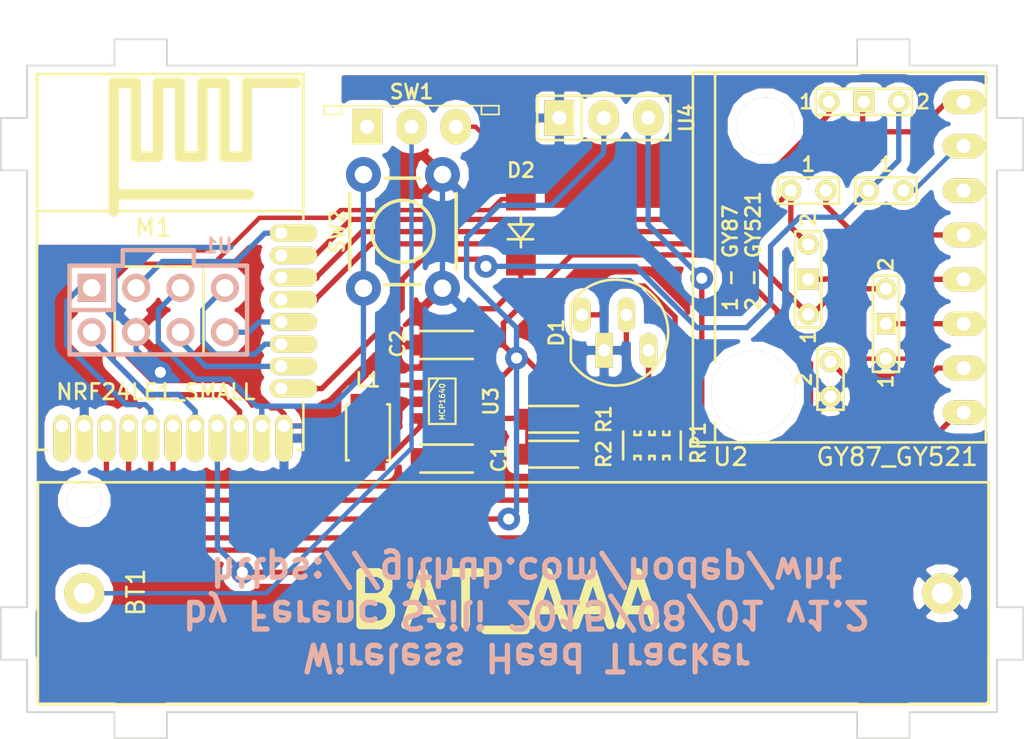
<source format=kicad_pcb>
(kicad_pcb (version 4) (host pcbnew "(2015-05-08 BZR 5647)-product")

  (general
    (links 57)
    (no_connects 0)
    (area 33.527999 59.484499 92.128001 102.038501)
    (thickness 1.6)
    (drawings 38)
    (tracks 264)
    (zones 0)
    (modules 22)
    (nets 31)
  )

  (page A4)
  (layers
    (0 F.Cu signal)
    (31 B.Cu signal)
    (32 B.Adhes user hide)
    (33 F.Adhes user hide)
    (34 B.Paste user hide)
    (35 F.Paste user hide)
    (36 B.SilkS user)
    (37 F.SilkS user)
    (38 B.Mask user hide)
    (39 F.Mask user hide)
    (40 Dwgs.User user)
    (41 Cmts.User user hide)
    (42 Eco1.User user hide)
    (43 Eco2.User user hide)
    (44 Edge.Cuts user)
  )

  (setup
    (last_trace_width 0.254)
    (user_trace_width 0.3048)
    (user_trace_width 0.3556)
    (user_trace_width 0.4064)
    (trace_clearance 0.254)
    (zone_clearance 0.508)
    (zone_45_only no)
    (trace_min 0.254)
    (segment_width 0.2)
    (edge_width 0.1)
    (via_size 1.3)
    (via_drill 0.635)
    (via_min_size 0.889)
    (via_min_drill 0.508)
    (uvia_size 0.508)
    (uvia_drill 0.127)
    (uvias_allowed no)
    (uvia_min_size 0.508)
    (uvia_min_drill 0.127)
    (pcb_text_width 0.3)
    (pcb_text_size 1.5 1.5)
    (mod_edge_width 0.1778)
    (mod_text_size 1 1)
    (mod_text_width 0.15)
    (pad_size 1.05 2.7)
    (pad_drill 0.7)
    (pad_to_mask_clearance 0)
    (aux_axis_origin 0 0)
    (grid_origin 90.578 100.4885)
    (visible_elements 7FFFFF7F)
    (pcbplotparams
      (layerselection 0x010f0_80000001)
      (usegerberextensions true)
      (excludeedgelayer true)
      (linewidth 0.100000)
      (plotframeref false)
      (viasonmask false)
      (mode 1)
      (useauxorigin false)
      (hpglpennumber 1)
      (hpglpenspeed 20)
      (hpglpendiameter 15)
      (hpglpenoverlay 2)
      (psnegative false)
      (psa4output false)
      (plotreference true)
      (plotvalue true)
      (plotinvisibletext false)
      (padsonsilk false)
      (subtractmaskfromsilk false)
      (outputformat 1)
      (mirror false)
      (drillshape 0)
      (scaleselection 1)
      (outputdirectory ./gerber))
  )

  (net 0 "")
  (net 1 GND)
  (net 2 VCC)
  (net 3 /FSCK)
  (net 4 /FMOSI)
  (net 5 /FCSN)
  (net 6 /SCL)
  (net 7 /SDA)
  (net 8 /FMISO)
  (net 9 "Net-(BT1-Pad1)")
  (net 10 /PROG)
  (net 11 /RESET)
  (net 12 "Net-(D1-PadBA)")
  (net 13 "Net-(D1-PadRA)")
  (net 14 "Net-(D1-PadGA)")
  (net 15 /VBATT)
  (net 16 "Net-(R1-Pad2)")
  (net 17 "Net-(C1-Pad1)")
  (net 18 "Net-(L1-Pad2)")
  (net 19 /RD)
  (net 20 /YL)
  (net 21 /GR)
  (net 22 /TXD)
  (net 23 /INT)
  (net 24 "Net-(JP1-Pad2)")
  (net 25 "Net-(JP2-Pad2)")
  (net 26 "Net-(JP3-Pad2)")
  (net 27 /DRDY)
  (net 28 "Net-(SL1-Pad2)")
  (net 29 "Net-(SL2-Pad2)")
  (net 30 "Net-(SL3-Pad2)")

  (net_class Default "This is the default net class."
    (clearance 0.254)
    (trace_width 0.254)
    (via_dia 1.3)
    (via_drill 0.635)
    (uvia_dia 0.508)
    (uvia_drill 0.127)
    (add_net /DRDY)
    (add_net /FCSN)
    (add_net /FMISO)
    (add_net /FMOSI)
    (add_net /FSCK)
    (add_net /GR)
    (add_net /INT)
    (add_net /PROG)
    (add_net /RD)
    (add_net /RESET)
    (add_net /SCL)
    (add_net /SDA)
    (add_net /TXD)
    (add_net /VBATT)
    (add_net /YL)
    (add_net GND)
    (add_net "Net-(BT1-Pad1)")
    (add_net "Net-(C1-Pad1)")
    (add_net "Net-(D1-PadBA)")
    (add_net "Net-(D1-PadGA)")
    (add_net "Net-(D1-PadRA)")
    (add_net "Net-(JP1-Pad2)")
    (add_net "Net-(JP2-Pad2)")
    (add_net "Net-(JP3-Pad2)")
    (add_net "Net-(L1-Pad2)")
    (add_net "Net-(R1-Pad2)")
    (add_net "Net-(SL1-Pad2)")
    (add_net "Net-(SL2-Pad2)")
    (add_net "Net-(SL3-Pad2)")
    (add_net VCC)
  )

  (module wht:NRF24LE1_SMALL (layer F.Cu) (tedit 5549E68C) (tstamp 53AAC3B0)
    (at 43.586 78.4805)
    (path /53A87AFB)
    (fp_text reference M1 (at -1.27 -5.715) (layer F.SilkS)
      (effects (font (size 1 1) (thickness 0.15)))
    )
    (fp_text value NRF24LE1_SMALL (at -1.143 3.683) (layer F.SilkS)
      (effects (font (size 0.889 0.889) (thickness 0.1524)))
    )
    (fp_line (start -3.556 -7.62) (end 4.191 -7.62) (layer F.SilkS) (width 0.6))
    (fp_line (start 4.064 -14) (end 6.858 -14) (layer F.SilkS) (width 0.6))
    (fp_line (start 2.794 -9.779) (end 4.064 -9.779) (layer F.SilkS) (width 0.6))
    (fp_line (start 1.524 -14) (end 2.794 -14) (layer F.SilkS) (width 0.6))
    (fp_line (start 0.254 -9.779) (end 1.524 -9.779) (layer F.SilkS) (width 0.6))
    (fp_line (start -1.016 -14) (end 0.254 -14) (layer F.SilkS) (width 0.6))
    (fp_line (start -2.286 -9.779) (end -1.016 -9.779) (layer F.SilkS) (width 0.6))
    (fp_line (start -3.556 -14) (end -2.286 -14) (layer F.SilkS) (width 0.6))
    (fp_line (start 0.254 -14) (end 0.254 -9.779) (layer F.SilkS) (width 0.6))
    (fp_line (start 1.524 -9.779) (end 1.524 -14) (layer F.SilkS) (width 0.6))
    (fp_line (start 2.794 -14) (end 2.794 -9.779) (layer F.SilkS) (width 0.6))
    (fp_line (start 4.064 -9.779) (end 4.064 -14) (layer F.SilkS) (width 0.6))
    (fp_line (start -1.016 -14) (end -1.016 -9.779) (layer F.SilkS) (width 0.6))
    (fp_line (start -2.287 -14) (end -2.287 -9.779) (layer F.SilkS) (width 0.6))
    (fp_line (start -3.556 -14) (end -3.556 -6.636) (layer F.SilkS) (width 0.6))
    (fp_line (start -7.9375 -6.858) (end -7.9375 -14.5) (layer F.SilkS) (width 0.1524))
    (fp_line (start -7.9375 -14.5) (end 7.3025 -14.5) (layer F.SilkS) (width 0.1524))
    (fp_line (start 7.3025 -14.5) (end 7.3025 -6.858) (layer F.SilkS) (width 0.1524))
    (fp_line (start 7.3025 -6.6675) (end 7.3025 -6.223) (layer F.SilkS) (width 0.1524))
    (fp_line (start -7.366 7) (end -7.9375 7) (layer F.SilkS) (width 0.1524))
    (fp_line (start -3.4925 -3.4925) (end -3.4925 1.5875) (layer F.SilkS) (width 0.15))
    (fp_line (start -3.4925 1.5875) (end 1.5875 1.5875) (layer F.SilkS) (width 0.15))
    (fp_line (start 1.5875 1.5875) (end 1.5875 -3.4925) (layer F.SilkS) (width 0.15))
    (fp_line (start 1.5875 -3.4925) (end -3.4925 -3.4925) (layer F.SilkS) (width 0.15))
    (fp_line (start 7.3025 7) (end 6.985 7) (layer F.SilkS) (width 0.15))
    (fp_line (start -7.9375 7) (end -7.9375 -6.6675) (layer F.SilkS) (width 0.1524))
    (fp_line (start -7.9375 -6.6675) (end 7.3025 -6.6675) (layer F.SilkS) (width 0.15))
    (fp_line (start 7.3025 4.318) (end 7.3025 7) (layer F.SilkS) (width 0.15))
    (pad 1 thru_hole oval (at -6.50875 5.635625) (size 1 2.7) (drill 0.7 (offset 0 0.7)) (layers *.Cu *.Mask F.SilkS))
    (pad 2 thru_hole oval (at -5.23875 5.635625) (size 1 2.7) (drill 0.7 (offset 0 0.7)) (layers *.Cu *.Mask F.SilkS)
      (net 1 GND))
    (pad 3 thru_hole oval (at -3.96875 5.635625) (size 1 2.7) (drill 0.7 (offset 0 0.7)) (layers *.Cu *.Mask F.SilkS)
      (net 19 /RD))
    (pad 4 thru_hole oval (at -2.69875 5.635625) (size 1 2.7) (drill 0.7 (offset 0 0.7)) (layers *.Cu *.Mask F.SilkS)
      (net 20 /YL))
    (pad 5 thru_hole oval (at -1.42875 5.635625) (size 1 2.7) (drill 0.7 (offset 0 0.7)) (layers *.Cu *.Mask F.SilkS)
      (net 2 VCC))
    (pad 6 thru_hole oval (at -0.15875 5.635625) (size 1 2.7) (drill 0.7 (offset 0 0.7)) (layers *.Cu *.Mask F.SilkS)
      (net 21 /GR))
    (pad 7 thru_hole oval (at 1.11125 5.635625) (size 1 2.7) (drill 0.7 (offset 0 0.7)) (layers *.Cu *.Mask F.SilkS)
      (net 10 /PROG))
    (pad 8 thru_hole oval (at 2.38125 5.635625) (size 1 2.7) (drill 0.7 (offset 0 0.7)) (layers *.Cu *.Mask F.SilkS)
      (net 22 /TXD))
    (pad 10 thru_hole oval (at 4.92125 5.635625) (size 1 2.7) (drill 0.7 (offset 0 0.7)) (layers *.Cu *.Mask F.SilkS)
      (net 3 /FSCK))
    (pad 9 thru_hole oval (at 3.65125 5.635625) (size 1 2.7) (drill 0.7 (offset 0 0.7)) (layers *.Cu *.Mask F.SilkS)
      (net 15 /VBATT))
    (pad 11 thru_hole oval (at 6.19125 5.635625) (size 1 2.7) (drill 0.7 (offset 0 0.7)) (layers *.Cu *.Mask F.SilkS)
      (net 1 GND))
    (pad 12 thru_hole oval (at 6.0325 3.4925 90) (size 1 2.7) (drill 0.7 (offset 0 0.7)) (layers *.Cu *.Mask F.SilkS)
      (net 23 /INT))
    (pad 13 thru_hole oval (at 6.0325 2.2225 90) (size 1 2.7) (drill 0.7 (offset 0 0.7)) (layers *.Cu *.Mask F.SilkS)
      (net 4 /FMOSI))
    (pad 14 thru_hole oval (at 6.0325 0.9525 90) (size 1 2.7) (drill 0.7 (offset 0 0.7)) (layers *.Cu *.Mask F.SilkS)
      (net 8 /FMISO))
    (pad 15 thru_hole oval (at 6.0325 -0.3175 90) (size 1 2.7) (drill 0.7 (offset 0 0.7)) (layers *.Cu *.Mask F.SilkS)
      (net 5 /FCSN))
    (pad 16 thru_hole oval (at 6.0325 -1.5875 90) (size 1 2.7) (drill 0.7 (offset 0 0.7)) (layers *.Cu *.Mask F.SilkS)
      (net 6 /SCL))
    (pad 17 thru_hole oval (at 6.0325 -2.8575 90) (size 1 2.7) (drill 0.7 (offset 0 0.7)) (layers *.Cu *.Mask F.SilkS)
      (net 7 /SDA))
    (pad 18 thru_hole oval (at 6.0325 -4.1275 90) (size 1 2.7) (drill 0.7 (offset 0 0.7)) (layers *.Cu *.Mask F.SilkS)
      (net 27 /DRDY))
    (pad 19 thru_hole oval (at 6.0325 -5.3975 90) (size 1 2.7) (drill 0.7 (offset 0 0.7)) (layers *.Cu *.Mask F.SilkS)
      (net 11 /RESET))
  )

  (module wht:INDUCTOR_NLCV25T (layer F.Cu) (tedit 555AF84A) (tstamp 555AFB96)
    (at 54.586 84.4805 90)
    (path /5554A9A2)
    (fp_text reference L1 (at 3 0 180) (layer F.SilkS)
      (effects (font (size 0.8128 0.8128) (thickness 0.1524)))
    )
    (fp_text value 4.7uH (at 0 -2.5 90) (layer Dwgs.User)
      (effects (font (size 0.8128 0.8128) (thickness 0.1524)))
    )
    (fp_line (start 1.6 1.25) (end 1.6 1.1) (layer F.SilkS) (width 0.1524))
    (fp_line (start 1.6 -1.25) (end 1.6 -1.1) (layer F.SilkS) (width 0.1524))
    (fp_line (start -1.6 1.25) (end -1.6 1.1) (layer F.SilkS) (width 0.1524))
    (fp_line (start -1.6 -1.25) (end -1.6 -1.1) (layer F.SilkS) (width 0.1524))
    (fp_line (start -1.6 1.25) (end 1.6 1.25) (layer F.SilkS) (width 0.1524))
    (fp_line (start -1.6 -1.25) (end 1.6 -1.25) (layer F.SilkS) (width 0.1524))
    (pad 1 smd rect (at -1.6 0 90) (size 1.2 2) (layers F.Cu F.Paste F.Mask)
      (net 17 "Net-(C1-Pad1)"))
    (pad 2 smd rect (at 1.6 0 90) (size 1.2 2) (layers F.Cu F.Paste F.Mask)
      (net 18 "Net-(L1-Pad2)"))
  )

  (module wht:Capacitor_SMD0805_HandSoldering (layer F.Cu) (tedit 555B12B3) (tstamp 555B0295)
    (at 59.086 85.9805 180)
    (descr "Capacitor, SMD, 0805, Hand soldering,")
    (tags "Capacitor, SMD, 0805, Hand soldering,")
    (path /5559F305)
    (attr smd)
    (fp_text reference C1 (at -3 0 270) (layer F.SilkS)
      (effects (font (size 0.8128 0.8128) (thickness 0.1524)))
    )
    (fp_text value 4.7uF (at 0 1.5 180) (layer F.SilkS) hide
      (effects (font (size 0.8128 0.8128) (thickness 0.1016)))
    )
    (fp_line (start -1.5 0.8) (end 1.5 0.8) (layer F.SilkS) (width 0.1524))
    (fp_line (start -1.5 -0.8) (end 1.5 -0.8) (layer F.SilkS) (width 0.1524))
    (pad 1 smd rect (at -1.30048 0 180) (size 1.5 1.2) (layers F.Cu F.Paste F.Mask)
      (net 17 "Net-(C1-Pad1)"))
    (pad 2 smd rect (at 1.30048 0 180) (size 1.5 1.2) (layers F.Cu F.Paste F.Mask)
      (net 1 GND))
  )

  (module wht:Capacitor_SMD0805_HandSoldering (layer F.Cu) (tedit 55624329) (tstamp 555B029C)
    (at 59.086 79.4805 180)
    (descr "Capacitor, SMD, 0805, Hand soldering,")
    (tags "Capacitor, SMD, 0805, Hand soldering,")
    (path /5559F568)
    (attr smd)
    (fp_text reference C2 (at 2.798 0.074 270) (layer F.SilkS)
      (effects (font (size 0.8128 0.8128) (thickness 0.1524)))
    )
    (fp_text value 10uF (at 0 1.5 180) (layer F.SilkS) hide
      (effects (font (size 0.8128 0.8128) (thickness 0.1016)))
    )
    (fp_line (start -1.5 0.8) (end 1.5 0.8) (layer F.SilkS) (width 0.1524))
    (fp_line (start -1.5 -0.8) (end 1.5 -0.8) (layer F.SilkS) (width 0.1524))
    (pad 1 smd rect (at -1.30048 0 180) (size 1.5 1.2) (layers F.Cu F.Paste F.Mask)
      (net 2 VCC))
    (pad 2 smd rect (at 1.30048 0 180) (size 1.5 1.2) (layers F.Cu F.Paste F.Mask)
      (net 1 GND))
  )

  (module wht:Diode-MiniMELF_Handsoldering (layer F.Cu) (tedit 555B1819) (tstamp 555B0DF7)
    (at 63.336 72.9805 270)
    (descr "Diode Mini-MELF Handsoldering")
    (tags "Diode Mini-MELF Handsoldering")
    (path /5554D352)
    (attr smd)
    (fp_text reference D2 (at -3.5 0 360) (layer F.SilkS)
      (effects (font (size 0.8128 0.8128) (thickness 0.1524)))
    )
    (fp_text value DIODESCH (at 0 -1.5 270) (layer F.SilkS) hide
      (effects (font (size 0.8128 0.8128) (thickness 0.1524)))
    )
    (fp_line (start 0.44958 0) (end 0.9 0) (layer F.SilkS) (width 0.1524))
    (fp_line (start -0.39878 0) (end -0.9 0) (layer F.SilkS) (width 0.1524))
    (fp_line (start 0.44958 0) (end 0.44958 0.7493) (layer F.SilkS) (width 0.1524))
    (fp_line (start 0.44958 0) (end 0.44958 -0.70104) (layer F.SilkS) (width 0.1524))
    (fp_line (start 0.44958 0) (end -0.39878 -0.70104) (layer F.SilkS) (width 0.1524))
    (fp_line (start -0.39878 -0.70104) (end -0.39878 0.70104) (layer F.SilkS) (width 0.1524))
    (fp_line (start -0.39878 0.70104) (end 0.44958 0) (layer F.SilkS) (width 0.1524))
    (pad 1 smd rect (at -1.85 0 270) (size 1.3 1.7) (layers F.Cu F.Paste F.Mask)
      (net 15 /VBATT))
    (pad 2 smd rect (at 1.875 0 270) (size 1.3 1.7) (layers F.Cu F.Paste F.Mask)
      (net 17 "Net-(C1-Pad1)"))
    (model MiniMELF_DO213AA_Faktor03937_RevA_06Sep2012.wrl
      (at (xyz 0 0 0))
      (scale (xyz 0.3937 0.3937 0.3937))
      (rotate (xyz 0 0 0))
    )
  )

  (module wht:TACTILE-PTH (layer F.Cu) (tedit 556D8FA8) (tstamp 5559E7FA)
    (at 56.586 72.9805 90)
    (descr "<b>OMRON SWITCH</b>")
    (path /53AB20EC)
    (fp_text reference SW2 (at -0.008 -3.758 270) (layer F.SilkS)
      (effects (font (size 0.8128 0.8128) (thickness 0.1524)))
    )
    (fp_text value SW_PUSH (at -0.076 -3.854 90) (layer Dwgs.User)
      (effects (font (size 0.8128 0.8128) (thickness 0.1524)))
    )
    (fp_line (start 3.048 -1.016) (end 3.048 -2.54) (layer Dwgs.User) (width 0.2032))
    (fp_line (start 3.048 -2.54) (end 2.54 -3.048) (layer Dwgs.User) (width 0.2032))
    (fp_line (start 2.54 3.048) (end 3.048 2.54) (layer Dwgs.User) (width 0.2032))
    (fp_line (start 3.048 2.54) (end 3.048 1.016) (layer Dwgs.User) (width 0.2032))
    (fp_line (start -2.54 -3.048) (end -3.048 -2.54) (layer Dwgs.User) (width 0.2032))
    (fp_line (start -3.048 -2.54) (end -3.048 -1.016) (layer Dwgs.User) (width 0.2032))
    (fp_line (start -2.54 3.048) (end -3.048 2.54) (layer Dwgs.User) (width 0.2032))
    (fp_line (start -3.048 2.54) (end -3.048 1.016) (layer Dwgs.User) (width 0.2032))
    (fp_line (start 2.54 3.048) (end 2.159 3.048) (layer Dwgs.User) (width 0.2032))
    (fp_line (start -2.54 3.048) (end -2.159 3.048) (layer Dwgs.User) (width 0.2032))
    (fp_line (start -2.54 -3.048) (end -2.159 -3.048) (layer Dwgs.User) (width 0.2032))
    (fp_line (start 2.54 -3.048) (end 2.159 -3.048) (layer Dwgs.User) (width 0.2032))
    (fp_line (start 2.159 -3.048) (end -2.159 -3.048) (layer F.SilkS) (width 0.2032))
    (fp_line (start -2.159 3.048) (end 2.159 3.048) (layer F.SilkS) (width 0.2032))
    (fp_line (start 3.048 -0.998) (end 3.048 1.016) (layer F.SilkS) (width 0.2032))
    (fp_line (start -3.048 -1.028) (end -3.048 1.016) (layer F.SilkS) (width 0.2032))
    (fp_line (start -2.54 -1.27) (end -2.54 -0.508) (layer Dwgs.User) (width 0.2032))
    (fp_line (start -2.54 0.508) (end -2.54 1.27) (layer Dwgs.User) (width 0.2032))
    (fp_line (start -2.54 -0.508) (end -2.159 0.381) (layer Dwgs.User) (width 0.2032))
    (fp_circle (center 0 0) (end 1.778 0) (layer F.SilkS) (width 0.2032))
    (pad 1 thru_hole circle (at -3.2512 -2.2606 90) (size 2 2) (drill 1) (layers *.Cu *.Mask)
      (net 3 /FSCK))
    (pad 1 thru_hole circle (at 3.2512 -2.2606 90) (size 2 2) (drill 1) (layers *.Cu *.Mask)
      (net 3 /FSCK))
    (pad 2 thru_hole circle (at -3.2512 2.2606 90) (size 2 2) (drill 1) (layers *.Cu *.Mask)
      (net 1 GND))
    (pad 2 thru_hole circle (at 3.2512 2.2606 90) (size 2 2) (drill 1) (layers *.Cu *.Mask)
      (net 1 GND))
  )

  (module wht:ESP2010_switch (layer F.Cu) (tedit 556D8F8C) (tstamp 555B179B)
    (at 57.078 66.9885)
    (descr "1 pin")
    (tags "CONN DEV")
    (path /53AAC4C3)
    (fp_text reference SW1 (at 0 -2 180) (layer F.SilkS)
      (effects (font (size 0.8128 0.8128) (thickness 0.1524)))
    )
    (fp_text value SWITCH_INV (at 0 -3.5) (layer F.SilkS) hide
      (effects (font (size 0.8128 0.8128) (thickness 0.1524)))
    )
    (fp_line (start 0.2 -7.2) (end 0.2 -6.7) (layer Dwgs.User) (width 0.1))
    (fp_line (start -1.8 -7.2) (end 0.2 -7.2) (layer Dwgs.User) (width 0.1))
    (fp_line (start -1.8 -6.7) (end -1.8 -7.2) (layer Dwgs.User) (width 0.1))
    (fp_line (start 3.4 -6.2) (end 0.2 -6.7) (layer Dwgs.User) (width 0.1))
    (fp_line (start -5 -6.2) (end -1.8 -6.7) (layer Dwgs.User) (width 0.1))
    (fp_line (start 3.4 -5.7) (end 3.4 -6.2) (layer Dwgs.User) (width 0.1))
    (fp_line (start -5 -5.7) (end -5 -6.2) (layer Dwgs.User) (width 0.1))
    (fp_line (start 5 -1.2) (end 5 -0.7) (layer F.SilkS) (width 0.1))
    (fp_line (start 5 -0.7) (end 4 -0.7) (layer F.SilkS) (width 0.1))
    (fp_line (start 4 -0.7) (end 4 -1.2) (layer F.SilkS) (width 0.1))
    (fp_line (start -5 -1.2) (end -5 -0.7) (layer F.SilkS) (width 0.1))
    (fp_line (start -5 -0.7) (end -4 -0.7) (layer F.SilkS) (width 0.1))
    (fp_line (start -4 -1.2) (end -4 -0.7) (layer F.SilkS) (width 0.1))
    (fp_line (start -5 -5.7) (end 5 -5.7) (layer Dwgs.User) (width 0.1))
    (fp_line (start 5 -1.2) (end 5 -5.7) (layer Dwgs.User) (width 0.1))
    (fp_line (start -5 -5.7) (end -5 -1.2) (layer Dwgs.User) (width 0.1))
    (fp_line (start -5 -1.2) (end 5 -1.2) (layer F.SilkS) (width 0.1))
    (pad 1 thru_hole rect (at -2.54 0) (size 1.7272 2.032) (drill 0.8) (layers *.Cu *.Mask F.SilkS))
    (pad 2 thru_hole oval (at 0 0) (size 1.7272 2.032) (drill 0.8) (layers *.Cu *.Mask F.SilkS)
      (net 9 "Net-(BT1-Pad1)"))
    (pad 3 thru_hole oval (at 2.54 0) (size 1.7272 2.032) (drill 0.8) (layers *.Cu *.Mask F.SilkS)
      (net 15 /VBATT))
    (model Pin_Headers/Pin_Header_Angled_1x03.wrl
      (at (xyz 0 0 0))
      (scale (xyz 1 1 1))
      (rotate (xyz 0 0 0))
    )
  )

  (module wht:SOT23_6_WHT (layer F.Cu) (tedit 55624335) (tstamp 555B2305)
    (at 58.836 82.7305 270)
    (path /55549ED9)
    (fp_text reference U3 (at -0.022 -2.786 450) (layer F.SilkS)
      (effects (font (size 0.8128 0.8128) (thickness 0.1524)))
    )
    (fp_text value MCP1640 (at 0 0 270) (layer F.SilkS)
      (effects (font (size 0.3048 0.3048) (thickness 0.0635)))
    )
    (fp_line (start -0.508 0.762) (end -1.27 0.254) (layer F.SilkS) (width 0.127))
    (fp_line (start 1.27 0.762) (end -1.3335 0.762) (layer F.SilkS) (width 0.127))
    (fp_line (start -1.3335 0.762) (end -1.3335 -0.762) (layer F.SilkS) (width 0.127))
    (fp_line (start -1.3335 -0.762) (end 1.27 -0.762) (layer F.SilkS) (width 0.127))
    (fp_line (start 1.27 -0.762) (end 1.27 0.762) (layer F.SilkS) (width 0.127))
    (pad 6 smd rect (at -0.9525 -1.27 270) (size 0.6 1) (layers F.Cu F.Paste F.Mask)
      (net 17 "Net-(C1-Pad1)"))
    (pad 5 smd rect (at 0 -1.27 270) (size 0.6 1) (layers F.Cu F.Paste F.Mask)
      (net 2 VCC))
    (pad 4 smd rect (at 0.9525 -1.27 270) (size 0.6 1) (layers F.Cu F.Paste F.Mask)
      (net 16 "Net-(R1-Pad2)"))
    (pad 3 smd rect (at 0.9525 1.27 270) (size 0.6 1) (layers F.Cu F.Paste F.Mask)
      (net 17 "Net-(C1-Pad1)"))
    (pad 2 smd rect (at 0 1.27 270) (size 0.6 1) (layers F.Cu F.Paste F.Mask)
      (net 1 GND))
    (pad 1 smd rect (at -0.9525 1.27 270) (size 0.6 1) (layers F.Cu F.Paste F.Mask)
      (net 18 "Net-(L1-Pad2)"))
    (model smd/SOT23_6.wrl
      (at (xyz 0 0 0))
      (scale (xyz 0.11 0.11 0.11))
      (rotate (xyz 0 0 0))
    )
  )

  (module wht:Resistor_SMD0805_HandSoldering (layer F.Cu) (tedit 555B6496) (tstamp 555AFC17)
    (at 65.086 85.7305 180)
    (descr "Resistor, SMD, 0805, Hand soldering,")
    (tags "Resistor, SMD, 0805, Hand soldering,")
    (path /5554B775)
    (attr smd)
    (fp_text reference R2 (at -3 0 270) (layer F.SilkS)
      (effects (font (size 0.8128 0.8128) (thickness 0.1524)))
    )
    (fp_text value 348K (at 0 1.778 180) (layer F.SilkS) hide
      (effects (font (size 0.8128 0.8128) (thickness 0.1778)))
    )
    (fp_line (start 1.27 0.762) (end -1.524 0.762) (layer F.SilkS) (width 0.15))
    (fp_line (start -1.524 -0.762) (end 1.27 -0.762) (layer F.SilkS) (width 0.15))
    (pad 1 smd rect (at -1.30048 0 180) (size 1.50114 1.19888) (layers F.Cu F.Paste F.Mask)
      (net 1 GND))
    (pad 2 smd rect (at 1.30048 0 180) (size 1.50114 1.19888) (layers F.Cu F.Paste F.Mask)
      (net 16 "Net-(R1-Pad2)"))
  )

  (module wht:Resistor_SMD0805_HandSoldering (layer F.Cu) (tedit 555B6496) (tstamp 555AFC12)
    (at 65.086 83.7305 180)
    (descr "Resistor, SMD, 0805, Hand soldering,")
    (tags "Resistor, SMD, 0805, Hand soldering,")
    (path /5554B6DC)
    (attr smd)
    (fp_text reference R1 (at -3 0 270) (layer F.SilkS)
      (effects (font (size 0.8128 0.8128) (thickness 0.1524)))
    )
    (fp_text value 511K (at 0 1.778 180) (layer F.SilkS) hide
      (effects (font (size 0.8128 0.8128) (thickness 0.1778)))
    )
    (fp_line (start 1.27 0.762) (end -1.524 0.762) (layer F.SilkS) (width 0.15))
    (fp_line (start -1.524 -0.762) (end 1.27 -0.762) (layer F.SilkS) (width 0.15))
    (pad 1 smd rect (at -1.30048 0 180) (size 1.50114 1.19888) (layers F.Cu F.Paste F.Mask)
      (net 2 VCC))
    (pad 2 smd rect (at 1.30048 0 180) (size 1.50114 1.19888) (layers F.Cu F.Paste F.Mask)
      (net 16 "Net-(R1-Pad2)"))
  )

  (module wht:Pin_Header_Straight_1x03 (layer F.Cu) (tedit 556D8A73) (tstamp 555F2368)
    (at 68.078 66.4885)
    (descr "1 pin")
    (tags "CONN DEV")
    (path /55701BE8)
    (fp_text reference U4 (at 4.75 0 90) (layer F.SilkS)
      (effects (font (size 0.8128 0.8128) (thickness 0.1524)))
    )
    (fp_text value DBG_CONN (at 0 2) (layer F.SilkS) hide
      (effects (font (size 0.8128 0.8128) (thickness 0.1524)))
    )
    (fp_line (start -1.27 1.27) (end 3.81 1.27) (layer F.SilkS) (width 0.1524))
    (fp_line (start 3.81 1.27) (end 3.81 -1.27) (layer F.SilkS) (width 0.1524))
    (fp_line (start 3.81 -1.27) (end -1.27 -1.27) (layer F.SilkS) (width 0.1524))
    (fp_line (start -3.81 -1.27) (end -1.27 -1.27) (layer F.SilkS) (width 0.1524))
    (fp_line (start -1.27 -1.27) (end -1.27 1.27) (layer F.SilkS) (width 0.1524))
    (fp_line (start -3.81 -1.27) (end -3.81 1.27) (layer F.SilkS) (width 0.1524))
    (fp_line (start -3.81 1.27) (end -1.27 1.27) (layer F.SilkS) (width 0.1524))
    (pad 1 thru_hole rect (at -2.54 0) (size 1.7272 2.032) (drill 0.8) (layers *.Cu *.Mask F.SilkS)
      (net 1 GND))
    (pad 2 thru_hole oval (at 0 0) (size 1.7272 2.032) (drill 0.8) (layers *.Cu *.Mask F.SilkS)
      (net 2 VCC))
    (pad 3 thru_hole oval (at 2.54 0) (size 1.7272 2.032) (drill 0.8) (layers *.Cu *.Mask F.SilkS)
      (net 22 /TXD))
    (model Pin_Headers/Pin_Header_Straight_1x03.wrl
      (at (xyz 0 0 0))
      (scale (xyz 1 1 1))
      (rotate (xyz 0 0 0))
    )
  )

  (module wht:BATT_HOLDER_AAAx1_KEYSTONE_1021 (layer F.Cu) (tedit 557573DE) (tstamp 5559E7F4)
    (at 62.897 93.6875)
    (path /53C5091B)
    (fp_text reference BT1 (at -21.595 -0.057 90) (layer F.SilkS)
      (effects (font (size 1 1) (thickness 0.15)))
    )
    (fp_text value BAT_AAA (at -0.513 0.451) (layer F.SilkS)
      (effects (font (size 3 3) (thickness 0.5)))
    )
    (fp_line (start -27.2 -6.35) (end -27.2 6.35) (layer F.SilkS) (width 0.1524))
    (fp_line (start -27.2 -6.35) (end 27.2 -6.35) (layer F.SilkS) (width 0.1524))
    (fp_line (start 27.2 -6.35) (end 27.2 6.35) (layer F.SilkS) (width 0.1524))
    (fp_line (start 27.2 6.35) (end -27.2 6.35) (layer F.SilkS) (width 0.1524))
    (pad 1 thru_hole circle (at -24.55 0) (size 2.3 2.3) (drill 1.2) (layers *.Cu *.Mask F.SilkS)
      (net 9 "Net-(BT1-Pad1)"))
    (pad 2 thru_hole circle (at 24.55 0) (size 2.3 2.3) (drill 1.2) (layers *.Cu *.Mask F.SilkS)
      (net 1 GND))
    (pad 3 thru_hole circle (at -24.55 -5.3) (size 2 2) (drill 2) (layers *.Cu *.Mask F.SilkS))
  )

  (module wht:Resistor_Array_x4_1206 (layer F.Cu) (tedit 55701CCE) (tstamp 5549EF9C)
    (at 70.836 85.2305)
    (path /5549C534)
    (fp_text reference RP1 (at 2.646 -0.1445 270) (layer F.SilkS)
      (effects (font (size 0.8128 0.8128) (thickness 0.1524)))
    )
    (fp_text value R_PACK4 (at 0 2) (layer Dwgs.User)
      (effects (font (size 0.8128 0.8128) (thickness 0.1524)))
    )
    (fp_line (start 1 0.8) (end 1.65 0.8) (layer Dwgs.User) (width 0.15))
    (fp_line (start 0.15 0.8) (end 0.65 0.8) (layer Dwgs.User) (width 0.15))
    (fp_line (start -0.65 0.8) (end -0.15 0.8) (layer Dwgs.User) (width 0.15))
    (fp_line (start -1.65 0.8) (end -1 0.8) (layer Dwgs.User) (width 0.15))
    (fp_line (start 1 -0.8) (end 1.65 -0.8) (layer Dwgs.User) (width 0.15))
    (fp_line (start 0.15 -0.8) (end 0.65 -0.8) (layer Dwgs.User) (width 0.15))
    (fp_line (start -0.65 -0.8) (end -0.15 -0.8) (layer Dwgs.User) (width 0.15))
    (fp_line (start -1.65 -0.8) (end -1 -0.8) (layer Dwgs.User) (width 0.15))
    (fp_line (start 0.65 0.8) (end 0.65 0.6) (layer F.SilkS) (width 0.15))
    (fp_line (start 0.65 0.6) (end 1 0.6) (layer F.SilkS) (width 0.15))
    (fp_line (start 1 0.6) (end 1 0.8) (layer F.SilkS) (width 0.15))
    (fp_line (start -0.15 0.8) (end -0.15 0.6) (layer F.SilkS) (width 0.15))
    (fp_line (start -0.15 0.6) (end 0.15 0.6) (layer F.SilkS) (width 0.15))
    (fp_line (start 0.15 0.6) (end 0.15 0.8) (layer F.SilkS) (width 0.15))
    (fp_line (start -1 0.8) (end -1 0.6) (layer F.SilkS) (width 0.15))
    (fp_line (start -1 0.6) (end -0.65 0.6) (layer F.SilkS) (width 0.15))
    (fp_line (start -0.65 0.6) (end -0.65 0.8) (layer F.SilkS) (width 0.15))
    (fp_line (start 0.65 -0.8) (end 0.65 -0.6) (layer F.SilkS) (width 0.15))
    (fp_line (start 0.65 -0.6) (end 1 -0.6) (layer F.SilkS) (width 0.15))
    (fp_line (start 1 -0.6) (end 1 -0.8) (layer F.SilkS) (width 0.15))
    (fp_line (start -0.15 -0.8) (end -0.15 -0.6) (layer F.SilkS) (width 0.15))
    (fp_line (start -0.15 -0.6) (end 0.15 -0.6) (layer F.SilkS) (width 0.15))
    (fp_line (start 0.15 -0.6) (end 0.15 -0.8) (layer F.SilkS) (width 0.15))
    (fp_line (start -1 -0.8) (end -1 -0.6) (layer F.SilkS) (width 0.15))
    (fp_line (start -1 -0.6) (end -0.65 -0.6) (layer F.SilkS) (width 0.15))
    (fp_line (start -0.65 -0.6) (end -0.65 -0.8) (layer F.SilkS) (width 0.15))
    (fp_line (start 1.65 -0.8) (end 1.65 0.8) (layer F.SilkS) (width 0.15))
    (fp_line (start -1.65 0.8) (end -1.65 -0.8) (layer F.SilkS) (width 0.15))
    (pad 8 smd rect (at -1.325 -1) (size 0.65 0.9) (layers F.Cu F.Paste F.Mask)
      (net 14 "Net-(D1-PadGA)"))
    (pad 7 smd rect (at -0.4 -1) (size 0.5 0.9) (layers F.Cu F.Paste F.Mask)
      (net 12 "Net-(D1-PadBA)"))
    (pad 6 smd rect (at 0.4 -1) (size 0.5 0.9) (layers F.Cu F.Paste F.Mask))
    (pad 5 smd rect (at 1.325 -1) (size 0.65 0.9) (layers F.Cu F.Paste F.Mask)
      (net 13 "Net-(D1-PadRA)"))
    (pad 1 smd rect (at -1.325 1) (size 0.65 0.9) (layers F.Cu F.Paste F.Mask)
      (net 21 /GR))
    (pad 2 smd rect (at -0.4 1) (size 0.5 0.9) (layers F.Cu F.Paste F.Mask)
      (net 20 /YL))
    (pad 3 smd rect (at 0.4 1) (size 0.5 0.9) (layers F.Cu F.Paste F.Mask))
    (pad 4 smd rect (at 1.325 1) (size 0.65 0.9) (layers F.Cu F.Paste F.Mask)
      (net 19 /RD))
  )

  (module wht:LED_RGB_CC (layer F.Cu) (tedit 55716458) (tstamp 557025E3)
    (at 68.734 78.7715 180)
    (descr "LED 5mm - Lead pitch 100mil (2,54mm)")
    (tags "LED led 5mm 5MM 100mil 2,54mm")
    (path /555AFE3C)
    (fp_text reference D1 (at 3.3655 0 270) (layer F.SilkS)
      (effects (font (size 0.8128 0.8128) (thickness 0.1524)))
    )
    (fp_text value LED_RGB_CC (at 0 3.81 180) (layer Dwgs.User)
      (effects (font (size 0.8128 0.8128) (thickness 0.1524)))
    )
    (fp_line (start 2.54 -1.651) (end 2.54 1.651) (layer F.SilkS) (width 0.1524))
    (fp_arc (start 0 0) (end 2.54 1.651) (angle 294) (layer F.SilkS) (width 0.1524))
    (pad BA thru_hole oval (at -1.905 -1.016 180) (size 1 2) (drill 0.7) (layers *.Cu *.Mask F.SilkS)
      (net 12 "Net-(D1-PadBA)"))
    (pad GA thru_hole oval (at -0.635 1.016 180) (size 1 2) (drill 0.7) (layers *.Cu *.Mask F.SilkS)
      (net 14 "Net-(D1-PadGA)"))
    (pad CC thru_hole rect (at 0.635 -1.016 180) (size 1 2) (drill 0.7) (layers *.Cu *.Mask F.SilkS)
      (net 1 GND))
    (pad RA thru_hole oval (at 1.905 1.016 180) (size 1 2) (drill 0.7) (layers *.Cu *.Mask F.SilkS)
      (net 13 "Net-(D1-PadRA)"))
    (model discret/leds/led5_vertical_verde.wrl
      (at (xyz 0 0 0))
      (scale (xyz 1 1 1))
      (rotate (xyz 0 0 0))
    )
  )

  (module wht:JumperTHT (layer F.Cu) (tedit 557160CC) (tstamp 55715E8D)
    (at 84.228 70.6435)
    (path /5571824F)
    (fp_text reference JP1 (at 0 1.5) (layer Dwgs.User)
      (effects (font (size 0.8128 0.8128) (thickness 0.1524)))
    )
    (fp_text value 1 (at 0 -1.5) (layer F.SilkS)
      (effects (font (size 0.8128 0.8128) (thickness 0.1524)))
    )
    (fp_line (start -1.75 -0.75) (end -1.75 0.75) (layer F.SilkS) (width 0.1524))
    (fp_line (start -1.75 0.75) (end 1.75 0.75) (layer F.SilkS) (width 0.1524))
    (fp_line (start 1.75 0.75) (end 1.75 -0.75) (layer F.SilkS) (width 0.1524))
    (fp_line (start 1.75 -0.75) (end -1.75 -0.75) (layer F.SilkS) (width 0.1524))
    (pad 1 thru_hole circle (at -1 0) (size 1.2 1.2) (drill 0.7) (layers *.Cu *.Mask F.SilkS)
      (net 23 /INT))
    (pad 2 thru_hole circle (at 1 0) (size 1.2 1.2) (drill 0.7) (layers *.Cu *.Mask F.SilkS)
      (net 24 "Net-(JP1-Pad2)"))
  )

  (module wht:JumperTHT (layer F.Cu) (tedit 557160BD) (tstamp 55715E93)
    (at 79.783 70.6435)
    (path /55716BB0)
    (fp_text reference JP2 (at 0 1.5) (layer Dwgs.User)
      (effects (font (size 0.8128 0.8128) (thickness 0.1524)))
    )
    (fp_text value 1 (at 0 -1.5) (layer F.SilkS)
      (effects (font (size 0.8128 0.8128) (thickness 0.1524)))
    )
    (fp_line (start -1.75 -0.75) (end -1.75 0.75) (layer F.SilkS) (width 0.1524))
    (fp_line (start -1.75 0.75) (end 1.75 0.75) (layer F.SilkS) (width 0.1524))
    (fp_line (start 1.75 0.75) (end 1.75 -0.75) (layer F.SilkS) (width 0.1524))
    (fp_line (start 1.75 -0.75) (end -1.75 -0.75) (layer F.SilkS) (width 0.1524))
    (pad 1 thru_hole circle (at -1 0) (size 1.2 1.2) (drill 0.7) (layers *.Cu *.Mask F.SilkS)
      (net 7 /SDA))
    (pad 2 thru_hole circle (at 1 0) (size 1.2 1.2) (drill 0.7) (layers *.Cu *.Mask F.SilkS)
      (net 25 "Net-(JP2-Pad2)"))
  )

  (module wht:JumperTHT (layer F.Cu) (tedit 557160B7) (tstamp 55715E99)
    (at 81.053 81.4385 90)
    (path /55716B43)
    (fp_text reference JP3 (at 0 1.5 90) (layer Dwgs.User)
      (effects (font (size 0.8128 0.8128) (thickness 0.1524)))
    )
    (fp_text value 2 (at 0 -1.5 90) (layer F.SilkS)
      (effects (font (size 0.8128 0.8128) (thickness 0.1524)))
    )
    (fp_line (start -1.75 -0.75) (end -1.75 0.75) (layer F.SilkS) (width 0.1524))
    (fp_line (start -1.75 0.75) (end 1.75 0.75) (layer F.SilkS) (width 0.1524))
    (fp_line (start 1.75 0.75) (end 1.75 -0.75) (layer F.SilkS) (width 0.1524))
    (fp_line (start 1.75 -0.75) (end -1.75 -0.75) (layer F.SilkS) (width 0.1524))
    (pad 1 thru_hole circle (at -1 0 90) (size 1.2 1.2) (drill 0.7) (layers *.Cu *.Mask F.SilkS)
      (net 1 GND))
    (pad 2 thru_hole circle (at 1 0 90) (size 1.2 1.2) (drill 0.7) (layers *.Cu *.Mask F.SilkS)
      (net 26 "Net-(JP3-Pad2)"))
  )

  (module wht:SelectTHT (layer F.Cu) (tedit 5571609E) (tstamp 55715EA0)
    (at 79.783 75.7235 90)
    (path /557177D8)
    (fp_text reference SL1 (at 0 1.5 90) (layer Dwgs.User)
      (effects (font (size 0.8128 0.8128) (thickness 0.1524)))
    )
    (fp_text value SEL_P4 (at 0 -1.5 90) (layer Dwgs.User)
      (effects (font (size 0.8128 0.8128) (thickness 0.1524)))
    )
    (fp_line (start -2.75 -0.75) (end -2.75 0.75) (layer F.SilkS) (width 0.1524))
    (fp_line (start -2.75 0.75) (end 2.75 0.75) (layer F.SilkS) (width 0.1524))
    (fp_line (start 2.75 0.75) (end 2.75 -0.75) (layer F.SilkS) (width 0.1524))
    (fp_line (start 2.75 -0.75) (end -2.75 -0.75) (layer F.SilkS) (width 0.1524))
    (fp_text user 2 (at 3.4 0 90) (layer F.SilkS)
      (effects (font (size 0.8128 0.8128) (thickness 0.1524)))
    )
    (fp_text user 1 (at -3.3 0 90) (layer F.SilkS)
      (effects (font (size 0.8128 0.8128) (thickness 0.1524)))
    )
    (pad 2 thru_hole rect (at 0 0 90) (size 1.2 1.2) (drill 0.7) (layers *.Cu *.Mask F.SilkS)
      (net 28 "Net-(SL1-Pad2)"))
    (pad 1 thru_hole circle (at -2 0 90) (size 1.2 1.2) (drill 0.7) (layers *.Cu *.Mask F.SilkS)
      (net 6 /SCL))
    (pad 3 thru_hole circle (at 2 0 90) (size 1.2 1.2) (drill 0.7) (layers *.Cu *.Mask F.SilkS)
      (net 7 /SDA))
  )

  (module wht:SelectTHT (layer F.Cu) (tedit 557160A7) (tstamp 55715EA7)
    (at 84.228 78.2635 90)
    (path /55716C22)
    (fp_text reference SL2 (at 0 1.5 90) (layer Dwgs.User)
      (effects (font (size 0.8128 0.8128) (thickness 0.1524)))
    )
    (fp_text value SEL_P3 (at 0 -1.5 90) (layer Dwgs.User)
      (effects (font (size 0.8128 0.8128) (thickness 0.1524)))
    )
    (fp_line (start -2.75 -0.75) (end -2.75 0.75) (layer F.SilkS) (width 0.1524))
    (fp_line (start -2.75 0.75) (end 2.75 0.75) (layer F.SilkS) (width 0.1524))
    (fp_line (start 2.75 0.75) (end 2.75 -0.75) (layer F.SilkS) (width 0.1524))
    (fp_line (start 2.75 -0.75) (end -2.75 -0.75) (layer F.SilkS) (width 0.1524))
    (fp_text user 2 (at 3.4 0 90) (layer F.SilkS)
      (effects (font (size 0.8128 0.8128) (thickness 0.1524)))
    )
    (fp_text user 1 (at -3.3 0 90) (layer F.SilkS)
      (effects (font (size 0.8128 0.8128) (thickness 0.1524)))
    )
    (pad 2 thru_hole rect (at 0 0 90) (size 1.2 1.2) (drill 0.7) (layers *.Cu *.Mask F.SilkS)
      (net 29 "Net-(SL2-Pad2)"))
    (pad 1 thru_hole circle (at -2 0 90) (size 1.2 1.2) (drill 0.7) (layers *.Cu *.Mask F.SilkS)
      (net 1 GND))
    (pad 3 thru_hole circle (at 2 0 90) (size 1.2 1.2) (drill 0.7) (layers *.Cu *.Mask F.SilkS)
      (net 6 /SCL))
  )

  (module wht:SelectTHT (layer F.Cu) (tedit 55715FA5) (tstamp 55715EAE)
    (at 82.958 65.5635)
    (path /557185AA)
    (fp_text reference SL3 (at 0 1.5) (layer Dwgs.User)
      (effects (font (size 0.8128 0.8128) (thickness 0.1524)))
    )
    (fp_text value SEL_P4 (at 0 -1.5) (layer Dwgs.User)
      (effects (font (size 0.8128 0.8128) (thickness 0.1524)))
    )
    (fp_line (start -2.75 -0.75) (end -2.75 0.75) (layer F.SilkS) (width 0.1524))
    (fp_line (start -2.75 0.75) (end 2.75 0.75) (layer F.SilkS) (width 0.1524))
    (fp_line (start 2.75 0.75) (end 2.75 -0.75) (layer F.SilkS) (width 0.1524))
    (fp_line (start 2.75 -0.75) (end -2.75 -0.75) (layer F.SilkS) (width 0.1524))
    (fp_text user 2 (at 3.4 0) (layer F.SilkS)
      (effects (font (size 0.8128 0.8128) (thickness 0.1524)))
    )
    (fp_text user 1 (at -3.3 0) (layer F.SilkS)
      (effects (font (size 0.8128 0.8128) (thickness 0.1524)))
    )
    (pad 2 thru_hole rect (at 0 0) (size 1.2 1.2) (drill 0.7) (layers *.Cu *.Mask F.SilkS)
      (net 30 "Net-(SL3-Pad2)"))
    (pad 1 thru_hole circle (at -2 0) (size 1.2 1.2) (drill 0.7) (layers *.Cu *.Mask F.SilkS)
      (net 27 /DRDY))
    (pad 3 thru_hole circle (at 2 0) (size 1.2 1.2) (drill 0.7) (layers *.Cu *.Mask F.SilkS)
      (net 23 /INT))
  )

  (module wht:NRF_ICSP_PogoPinsHoles (layer B.Cu) (tedit 55BD1C24) (tstamp 55BD1DAD)
    (at 42.586 77.4805)
    (descr "8 pin nRF in-circuit system programmer for PogoPin connector with PCB holes.")
    (path /53A87671)
    (fp_text reference U1 (at 3.429 -3.683) (layer B.SilkS)
      (effects (font (size 0.8128 0.8128) (thickness 0.1778)) (justify mirror))
    )
    (fp_text value NRF24LE1_PROG (at 0 3.175) (layer B.SilkS) hide
      (effects (font (size 0.8128 0.8128) (thickness 0.1524)) (justify mirror))
    )
    (fp_line (start -5.08 -2.54) (end -2.032 -2.54) (layer B.SilkS) (width 0.254))
    (fp_line (start -2.032 -2.54) (end -2.032 -3.429) (layer B.SilkS) (width 0.254))
    (fp_line (start -2.032 -3.429) (end 2.032 -3.429) (layer B.SilkS) (width 0.254))
    (fp_line (start 2.032 -3.429) (end 2.032 -2.54) (layer B.SilkS) (width 0.254))
    (fp_line (start 2.032 -2.54) (end 5.08 -2.54) (layer B.SilkS) (width 0.254))
    (fp_line (start 5.08 -2.54) (end 5.08 2.54) (layer B.SilkS) (width 0.254))
    (fp_line (start 5.08 2.54) (end -5.08 2.54) (layer B.SilkS) (width 0.254))
    (fp_line (start -5.08 2.54) (end -5.08 0) (layer B.SilkS) (width 0.254))
    (fp_line (start -5.08 0) (end -2.54 0) (layer B.SilkS) (width 0.254))
    (fp_line (start -2.54 0) (end -2.54 -2.54) (layer B.SilkS) (width 0.254))
    (fp_line (start -5.08 -2.54) (end -5.08 0) (layer B.SilkS) (width 0.254))
    (pad 1 thru_hole rect (at -3.81 -1.27) (size 1.6 1.6) (drill 1) (layers *.Cu *.Mask B.SilkS)
      (net 2 VCC))
    (pad 2 thru_hole circle (at -3.81 1.27) (size 1.6 1.6) (drill 1) (layers *.Cu *.Mask B.SilkS)
      (net 10 /PROG))
    (pad 3 thru_hole circle (at -1.27 -1.27) (size 1.6 1.6) (drill 1) (layers *.Cu *.Mask B.SilkS)
      (net 11 /RESET))
    (pad 4 thru_hole circle (at -1.27 1.27) (size 1.6 1.6) (drill 1) (layers *.Cu *.Mask B.SilkS)
      (net 1 GND))
    (pad 5 thru_hole circle (at 1.27 -1.27) (size 1.6 1.6) (drill 1) (layers *.Cu *.Mask B.SilkS)
      (net 3 /FSCK))
    (pad 6 thru_hole circle (at 1.27 1.27) (size 1.6 1.6) (drill 1) (layers *.Cu *.Mask B.SilkS)
      (net 4 /FMOSI))
    (pad 7 thru_hole circle (at 3.81 -1.27) (size 1.6 1.6) (drill 1) (layers *.Cu *.Mask B.SilkS)
      (net 8 /FMISO))
    (pad 8 thru_hole circle (at 3.81 1.27) (size 1.6 1.6) (drill 1) (layers *.Cu *.Mask B.SilkS)
      (net 5 /FCSN))
  )

  (module wht:GY87_GY521 (layer F.Cu) (tedit 55BCD5AD) (tstamp 55715EBC)
    (at 82.323 74.4535 270)
    (path /55716A0E)
    (fp_text reference U2 (at 11.43 6.985 360) (layer F.SilkS)
      (effects (font (size 1 1) (thickness 0.15)))
    )
    (fp_text value GY87_GY521 (at 11.43 -2.54 360) (layer F.SilkS)
      (effects (font (size 1 1) (thickness 0.15)))
    )
    (fp_line (start 10.6 7.874) (end 9.5 7.874) (layer F.SilkS) (width 0.15))
    (fp_line (start -10.6 9.144) (end 10.6 9.144) (layer F.SilkS) (width 0.15))
    (fp_line (start 10.6 -7.62) (end 10.6 9.144) (layer F.SilkS) (width 0.15))
    (fp_line (start 6 7.874) (end -10.6 7.874) (layer F.SilkS) (width 0.15))
    (fp_line (start -10.6 9.144) (end -10.6 -7.62) (layer F.SilkS) (width 0.15))
    (fp_line (start -10.6 -7.62) (end 10.6 -7.62) (layer F.SilkS) (width 0.15))
    (pad 1 thru_hole oval (at 8.89 -6.35) (size 2.4 1.4) (drill 0.8) (layers *.Cu *.Mask F.SilkS)
      (net 2 VCC))
    (pad 2 thru_hole oval (at 6.35 -6.35) (size 2.4 1.4) (drill 0.8) (layers *.Cu *.Mask F.SilkS)
      (net 26 "Net-(JP3-Pad2)"))
    (pad 3 thru_hole oval (at 3.81 -6.35) (size 2.4 1.4) (drill 0.8) (layers *.Cu *.Mask F.SilkS)
      (net 29 "Net-(SL2-Pad2)"))
    (pad 4 thru_hole oval (at 1.27 -6.35) (size 2.4 1.4) (drill 0.8) (layers *.Cu *.Mask F.SilkS)
      (net 28 "Net-(SL1-Pad2)"))
    (pad 5 thru_hole oval (at -1.27 -6.35) (size 2.4 1.4) (drill 0.8) (layers *.Cu *.Mask F.SilkS)
      (net 25 "Net-(JP2-Pad2)"))
    (pad 6 thru_hole oval (at -3.81 -6.35) (size 2.4 1.4) (drill 0.8) (layers *.Cu *.Mask F.SilkS))
    (pad 7 thru_hole oval (at -6.35 -6.35) (size 2.4 1.4) (drill 0.8) (layers *.Cu *.Mask F.SilkS)
      (net 24 "Net-(JP1-Pad2)"))
    (pad 8 thru_hole oval (at -8.89 -6.35) (size 2.4 1.4) (drill 0.8) (layers *.Cu *.Mask F.SilkS)
      (net 30 "Net-(SL3-Pad2)"))
    (pad "" thru_hole circle (at -7.5 5 270) (size 3.3 3.3) (drill 3.3) (layers *.Cu *.Mask F.SilkS))
    (pad "" thru_hole circle (at 7.75 5.7 270) (size 4.8 4.8) (drill 4.8) (layers *.Cu *.Mask F.SilkS))
  )

  (gr_text "1 - GY87\n2 - GY521" (at 75.973 77.6285 90) (layer F.SilkS)
    (effects (font (size 0.8128 0.8128) (thickness 0.1524)) (justify left))
  )
  (gr_text "Wireless Head Tracker\nby Ferenc Szili 2015/08/01 v1.2\nhttps://github.com/nodep/wht" (at 63.654 94.9005 180) (layer B.SilkS)
    (effects (font (thickness 0.3048)) (justify mirror))
  )
  (gr_line (start 90.578 63.4885) (end 90.578 66.4885) (angle 90) (layer Edge.Cuts) (width 0.1))
  (gr_line (start 90.578 94.4885) (end 90.578 69.4885) (angle 90) (layer Edge.Cuts) (width 0.1))
  (gr_line (start 90.578 100.4885) (end 90.578 97.4885) (angle 90) (layer Edge.Cuts) (width 0.1))
  (gr_line (start 92.078 94.4885) (end 90.578 94.4885) (angle 90) (layer Edge.Cuts) (width 0.1))
  (gr_line (start 92.078 97.4885) (end 92.078 94.4885) (angle 90) (layer Edge.Cuts) (width 0.1))
  (gr_line (start 90.578 97.4885) (end 92.078 97.4885) (angle 90) (layer Edge.Cuts) (width 0.1))
  (gr_line (start 92.078 69.4885) (end 90.578 69.4885) (angle 90) (layer Edge.Cuts) (width 0.1))
  (gr_line (start 92.078 66.4885) (end 92.078 69.4885) (angle 90) (layer Edge.Cuts) (width 0.1))
  (gr_line (start 90.578 66.4885) (end 92.078 66.4885) (angle 90) (layer Edge.Cuts) (width 0.1))
  (gr_line (start 35.078 66.4885) (end 35.078 63.4885) (angle 90) (layer Edge.Cuts) (width 0.1))
  (gr_line (start 35.078 94.4885) (end 35.078 69.4885) (angle 90) (layer Edge.Cuts) (width 0.1))
  (gr_line (start 35.078 97.4885) (end 35.078 100.4885) (angle 90) (layer Edge.Cuts) (width 0.1))
  (gr_line (start 33.578 94.4885) (end 35.078 94.4885) (angle 90) (layer Edge.Cuts) (width 0.1))
  (gr_line (start 33.578 97.4885) (end 33.578 94.4885) (angle 90) (layer Edge.Cuts) (width 0.1))
  (gr_line (start 35.078 97.4885) (end 33.578 97.4885) (angle 90) (layer Edge.Cuts) (width 0.1))
  (gr_line (start 33.578 69.4885) (end 35.078 69.4885) (angle 90) (layer Edge.Cuts) (width 0.1))
  (gr_line (start 33.578 66.4885) (end 33.578 69.4885) (angle 90) (layer Edge.Cuts) (width 0.1))
  (gr_line (start 35.078 66.4885) (end 33.578 66.4885) (angle 90) (layer Edge.Cuts) (width 0.1))
  (gr_line (start 35.078 100.4885) (end 40.078 100.4885) (angle 90) (layer Edge.Cuts) (width 0.1))
  (gr_line (start 43.078 100.4885) (end 82.578 100.4885) (angle 90) (layer Edge.Cuts) (width 0.1))
  (gr_line (start 90.578 100.4885) (end 85.578 100.4885) (angle 90) (layer Edge.Cuts) (width 0.1))
  (gr_line (start 82.578 101.9885) (end 82.578 100.4885) (angle 90) (layer Edge.Cuts) (width 0.1))
  (gr_line (start 85.578 101.9885) (end 82.578 101.9885) (angle 90) (layer Edge.Cuts) (width 0.1))
  (gr_line (start 85.578 100.4885) (end 85.578 101.9885) (angle 90) (layer Edge.Cuts) (width 0.1))
  (gr_line (start 43.078 101.9885) (end 43.078 100.4885) (angle 90) (layer Edge.Cuts) (width 0.1))
  (gr_line (start 40.078 101.9885) (end 43.078 101.9885) (angle 90) (layer Edge.Cuts) (width 0.1))
  (gr_line (start 40.078 100.4885) (end 40.078 101.9885) (angle 90) (layer Edge.Cuts) (width 0.1))
  (gr_line (start 40.078 63.4885) (end 35.078 63.4885) (angle 90) (layer Edge.Cuts) (width 0.1))
  (gr_line (start 82.578 63.4885) (end 43.078 63.4885) (angle 90) (layer Edge.Cuts) (width 0.1))
  (gr_line (start 90.578 63.4885) (end 85.578 63.4885) (angle 90) (layer Edge.Cuts) (width 0.1))
  (gr_line (start 82.578 61.9885) (end 82.578 63.4885) (angle 90) (layer Edge.Cuts) (width 0.1))
  (gr_line (start 85.578 61.9885) (end 82.578 61.9885) (angle 90) (layer Edge.Cuts) (width 0.1))
  (gr_line (start 85.578 63.4885) (end 85.578 61.9885) (angle 90) (layer Edge.Cuts) (width 0.1))
  (gr_line (start 43.078 61.9885) (end 43.078 63.4885) (angle 90) (layer Edge.Cuts) (width 0.1))
  (gr_line (start 40.078 61.9885) (end 43.078 61.9885) (angle 90) (layer Edge.Cuts) (width 0.1))
  (gr_line (start 40.078 63.4885) (end 40.078 61.9885) (angle 90) (layer Edge.Cuts) (width 0.1))

  (segment (start 49.77725 84.116125) (end 54.118375 84.116125) (width 0.254) (layer B.Cu) (net 1))
  (segment (start 54.118375 84.116125) (end 54.256 83.9785) (width 0.254) (layer B.Cu) (net 1) (tstamp 55757642))
  (segment (start 40.078 77.5125) (end 40.078 74.9885) (width 0.3556) (layer B.Cu) (net 1))
  (segment (start 41.316 78.7505) (end 40.078 77.5125) (width 0.3556) (layer B.Cu) (net 1))
  (segment (start 40.078 74.9885) (end 39.328 74.2385) (width 0.3556) (layer B.Cu) (net 1))
  (segment (start 49.758 84.135375) (end 49.77725 84.116125) (width 0.4064) (layer B.Cu) (net 1) (tstamp 555D8B0F))
  (segment (start 58.8466 76.2317) (end 58.8348 76.2317) (width 0.4064) (layer F.Cu) (net 1))
  (segment (start 58.8348 76.2317) (end 57.78552 77.28098) (width 0.3048) (layer F.Cu) (net 1) (tstamp 555B3C66))
  (segment (start 57.78552 77.28098) (end 57.78552 79.4805) (width 0.3048) (layer F.Cu) (net 1) (tstamp 555B3C68))
  (segment (start 66.38648 85.7305) (end 66.38648 86.18002) (width 0.254) (layer F.Cu) (net 1))
  (segment (start 58.8466 69.7293) (end 58.8466 76.2317) (width 0.3048) (layer B.Cu) (net 1))
  (segment (start 50.68365 84.116125) (end 49.77725 84.116125) (width 0.3048) (layer F.Cu) (net 1))
  (segment (start 52.559557 84.116125) (end 50.68365 84.116125) (width 0.3048) (layer F.Cu) (net 1))
  (segment (start 55.563038 79.4805) (end 52.559557 82.483981) (width 0.3048) (layer F.Cu) (net 1))
  (segment (start 52.559557 82.483981) (end 52.559557 84.116125) (width 0.3048) (layer F.Cu) (net 1))
  (segment (start 57.78552 79.4805) (end 55.563038 79.4805) (width 0.3048) (layer F.Cu) (net 1))
  (segment (start 56.415 83.661) (end 55.959875 84.116125) (width 0.3048) (layer F.Cu) (net 1))
  (segment (start 56.415 83.2165) (end 56.415 83.661) (width 0.3048) (layer F.Cu) (net 1))
  (segment (start 56.901 82.7305) (end 56.415 83.2165) (width 0.3048) (layer F.Cu) (net 1))
  (segment (start 55.959875 84.116125) (end 52.559557 84.116125) (width 0.3048) (layer F.Cu) (net 1))
  (segment (start 57.566 82.7305) (end 56.901 82.7305) (width 0.3048) (layer F.Cu) (net 1))
  (segment (start 47.01348 81.04248) (end 47.798999 81.827999) (width 0.3048) (layer F.Cu) (net 1) (tstamp 556248CF))
  (segment (start 47.798999 81.827999) (end 49.054 83.083) (width 0.3048) (layer F.Cu) (net 1) (tstamp 555B7F7E))
  (segment (start 49.054 83.083) (end 49.435 83.083) (width 0.3048) (layer F.Cu) (net 1) (tstamp 555B7F86))
  (segment (start 41.316 79.740449) (end 42.618031 81.04248) (width 0.3048) (layer B.Cu) (net 1))
  (segment (start 41.316 79.740449) (end 41.316 78.7505) (width 0.3048) (layer B.Cu) (net 1))
  (via (at 42.704019 81.04248) (size 1.3) (drill 0.635) (layers F.Cu B.Cu) (net 1))
  (segment (start 42.618031 81.04248) (end 42.704019 81.04248) (width 0.4064) (layer B.Cu) (net 1))
  (segment (start 49.435 83.083) (end 49.77725 83.42525) (width 0.3048) (layer F.Cu) (net 1) (tstamp 555B7F87))
  (segment (start 49.77725 84.116125) (end 49.77725 83.42525) (width 0.3048) (layer F.Cu) (net 1) (tstamp 555B7F89))
  (segment (start 42.704019 81.04248) (end 47.01348 81.04248) (width 0.3048) (layer F.Cu) (net 1))
  (segment (start 66.40598 85.75) (end 66.38648 85.7305) (width 0.3048) (layer F.Cu) (net 1) (tstamp 55701E20))
  (segment (start 86.3042 80.2635) (end 86.3108 80.2701) (width 0.254) (layer F.Cu) (net 1) (tstamp 5575792C))
  (segment (start 84.228 80.2635) (end 86.3042 80.2635) (width 0.254) (layer F.Cu) (net 1))
  (segment (start 82.6598 80.2635) (end 82.6532 80.2701) (width 0.254) (layer F.Cu) (net 1) (tstamp 5575794E))
  (segment (start 84.228 80.2635) (end 82.6598 80.2635) (width 0.254) (layer F.Cu) (net 1))
  (segment (start 88.673 83.3435) (end 88.373 83.3435) (width 0.3048) (layer F.Cu) (net 2))
  (segment (start 62.336 78.2305) (end 62.336 79.4805) (width 0.3048) (layer F.Cu) (net 2))
  (segment (start 88.373 83.3435) (end 87.1682 84.5483) (width 0.3048) (layer F.Cu) (net 2))
  (segment (start 87.1682 84.5483) (end 81.1148 84.5483) (width 0.3048) (layer F.Cu) (net 2))
  (segment (start 81.1148 84.5483) (end 79.91 83.3435) (width 0.3048) (layer F.Cu) (net 2))
  (segment (start 79.91 83.3435) (end 79.91 80.5495) (width 0.3048) (layer F.Cu) (net 2))
  (segment (start 74.83 74.3265) (end 66.24 74.3265) (width 0.3048) (layer F.Cu) (net 2))
  (segment (start 79.91 80.5495) (end 78.005 78.6445) (width 0.3048) (layer F.Cu) (net 2))
  (segment (start 78.005 78.6445) (end 78.005 77.5015) (width 0.3048) (layer F.Cu) (net 2))
  (segment (start 78.005 77.5015) (end 74.83 74.3265) (width 0.3048) (layer F.Cu) (net 2))
  (segment (start 66.24 74.3265) (end 62.336 78.2305) (width 0.3048) (layer F.Cu) (net 2))
  (segment (start 42.15725 84.116125) (end 42.15725 83.20725) (width 0.3048) (layer B.Cu) (net 2))
  (segment (start 37.336 76.9805) (end 38.106 76.2105) (width 0.3048) (layer B.Cu) (net 2))
  (segment (start 37.336 76.9805) (end 37.336 79.4805) (width 0.3048) (layer B.Cu) (net 2))
  (segment (start 37.336 79.4805) (end 40.748615 82.893115) (width 0.3048) (layer B.Cu) (net 2))
  (segment (start 41.843115 82.893115) (end 40.748615 82.893115) (width 0.3048) (layer B.Cu) (net 2) (tstamp 555D8F31))
  (segment (start 42.15725 83.20725) (end 41.843115 82.893115) (width 0.3048) (layer B.Cu) (net 2) (tstamp 555D8F2E))
  (segment (start 60.836 82.7305) (end 63.086 80.4805) (width 0.3048) (layer F.Cu) (net 2))
  (segment (start 60.106 82.7305) (end 60.836 82.7305) (width 0.3048) (layer F.Cu) (net 2))
  (segment (start 63.086 80.4805) (end 63.086 80.2305) (width 0.3048) (layer F.Cu) (net 2))
  (segment (start 60.38648 79.4805) (end 62.336 79.4805) (width 0.3048) (layer F.Cu) (net 2))
  (segment (start 62.336 79.4805) (end 63.086 80.2305) (width 0.3048) (layer F.Cu) (net 2) (tstamp 555B3EBE))
  (segment (start 66.38648 83.7305) (end 66.38648 83.03098) (width 0.3048) (layer F.Cu) (net 2))
  (segment (start 66.38648 83.03098) (end 63.586 80.2305) (width 0.3048) (layer F.Cu) (net 2) (tstamp 555B3EB5))
  (segment (start 63.586 80.2305) (end 63.086 80.2305) (width 0.3048) (layer F.Cu) (net 2) (tstamp 555B3EB7))
  (via (at 63.086 80.2305) (size 1.3) (drill 0.635) (layers F.Cu B.Cu) (net 2))
  (segment (start 66.38648 83.7305) (end 66.23535 83.7305) (width 0.254) (layer F.Cu) (net 2))
  (segment (start 38.776 76.2105) (end 38.106 76.2105) (width 0.3048) (layer B.Cu) (net 2))
  (segment (start 61.086 79.4805) (end 60.38648 79.4805) (width 0.3048) (layer F.Cu) (net 2))
  (segment (start 68.078 68.4885) (end 65.078 71.4885) (width 0.3048) (layer B.Cu) (net 2) (tstamp 555F25FD))
  (segment (start 65.078 71.4885) (end 62.078 71.4885) (width 0.3048) (layer B.Cu) (net 2) (tstamp 555F2600))
  (segment (start 62.078 71.4885) (end 60.228799 73.337701) (width 0.3048) (layer B.Cu) (net 2) (tstamp 555F2602))
  (segment (start 60.228799 73.337701) (end 60.228799 74.490101) (width 0.3048) (layer B.Cu) (net 2) (tstamp 555F2603))
  (segment (start 63.086 78.4965) (end 63.086 80.2305) (width 0.3048) (layer B.Cu) (net 2))
  (segment (start 63.086 78.4965) (end 60.228799 75.639299) (width 0.3048) (layer B.Cu) (net 2))
  (segment (start 60.228799 75.639299) (end 60.228799 74.490101) (width 0.3048) (layer B.Cu) (net 2))
  (segment (start 68.078 66.4885) (end 68.078 68.4885) (width 0.3048) (layer B.Cu) (net 2))
  (via (at 62.638 89.4395) (size 1.3) (drill 0.635) (layers F.Cu B.Cu) (net 2))
  (segment (start 63.086 88.9915) (end 62.638 89.4395) (width 0.3048) (layer B.Cu) (net 2))
  (segment (start 63.086 80.2305) (end 63.086 88.9915) (width 0.3048) (layer B.Cu) (net 2))
  (segment (start 61.718762 89.4395) (end 62.638 89.4395) (width 0.3048) (layer F.Cu) (net 2))
  (segment (start 44.545 89.4395) (end 61.718762 89.4395) (width 0.3048) (layer F.Cu) (net 2))
  (segment (start 42.15725 87.05175) (end 44.545 89.4395) (width 0.3048) (layer F.Cu) (net 2))
  (segment (start 42.15725 84.116125) (end 42.15725 87.05175) (width 0.3048) (layer F.Cu) (net 2))
  (segment (start 48.50725 84.116125) (end 48.50725 82.9805) (width 0.3048) (layer B.Cu) (net 3))
  (segment (start 52.5355 82.9805) (end 48.50725 82.9805) (width 0.3048) (layer B.Cu) (net 3))
  (segment (start 48.50725 82.9805) (end 48.221625 82.9805) (width 0.3048) (layer B.Cu) (net 3) (tstamp 555D8D71))
  (segment (start 46.673125 81.432) (end 48.221625 82.9805) (width 0.3048) (layer B.Cu) (net 3))
  (segment (start 44.732 81.432) (end 46.673125 81.432) (width 0.3048) (layer B.Cu) (net 3))
  (segment (start 42.586 79.286) (end 44.732 81.432) (width 0.3048) (layer B.Cu) (net 3))
  (segment (start 42.586 77.4805) (end 42.586 79.286) (width 0.3048) (layer B.Cu) (net 3))
  (segment (start 42.586 77.4805) (end 43.856 76.2105) (width 0.3048) (layer B.Cu) (net 3))
  (segment (start 52.5355 82.9805) (end 54.3254 81.1906) (width 0.3048) (layer B.Cu) (net 3) (tstamp 555D8D6C))
  (segment (start 54.3254 81.1906) (end 54.3254 76.2317) (width 0.3048) (layer B.Cu) (net 3))
  (segment (start 54.3254 69.7293) (end 54.3254 76.2317) (width 0.3048) (layer B.Cu) (net 3))
  (segment (start 49.6185 80.703) (end 45.303 80.703) (width 0.3048) (layer B.Cu) (net 4))
  (segment (start 45.303 80.703) (end 43.856 79.256) (width 0.3048) (layer B.Cu) (net 4))
  (segment (start 43.856 79.256) (end 43.856 78.7505) (width 0.4064) (layer B.Cu) (net 4))
  (segment (start 43.856 78.7505) (end 43.856 79.2505) (width 0.254) (layer B.Cu) (net 4))
  (segment (start 46.396 78.7505) (end 47.7655 78.7505) (width 0.3048) (layer B.Cu) (net 5))
  (segment (start 48.353 78.163) (end 49.6185 78.163) (width 0.3048) (layer B.Cu) (net 5) (tstamp 555D8A2E))
  (segment (start 47.7655 78.7505) (end 48.353 78.163) (width 0.3048) (layer B.Cu) (net 5) (tstamp 555D8A2D))
  (segment (start 51.2225 76.893) (end 49.6185 76.893) (width 0.254) (layer F.Cu) (net 6))
  (segment (start 49.6185 76.893) (end 51.1735 76.893) (width 0.254) (layer F.Cu) (net 6))
  (segment (start 49.6185 76.893) (end 51.561 76.893) (width 0.4064) (layer F.Cu) (net 6))
  (segment (start 54.7625 73.6915) (end 51.561 76.893) (width 0.3048) (layer F.Cu) (net 6))
  (segment (start 75.751 73.6915) (end 54.7625 73.6915) (width 0.3048) (layer F.Cu) (net 6))
  (segment (start 79.783 77.7235) (end 75.751 73.6915) (width 0.3048) (layer F.Cu) (net 6))
  (segment (start 81.4782 76.2635) (end 84.228 76.2635) (width 0.3048) (layer F.Cu) (net 6))
  (segment (start 80.0182 77.7235) (end 81.4782 76.2635) (width 0.3048) (layer F.Cu) (net 6))
  (segment (start 79.783 77.7235) (end 80.0182 77.7235) (width 0.3048) (layer F.Cu) (net 6))
  (segment (start 49.6185 75.623) (end 51.617304 75.623) (width 0.4064) (layer F.Cu) (net 7))
  (segment (start 78.783 72.7235) (end 79.783 73.7235) (width 0.3048) (layer F.Cu) (net 7))
  (segment (start 78.783 70.6435) (end 78.783 72.7235) (width 0.3048) (layer F.Cu) (net 7))
  (segment (start 54.247304 72.993) (end 51.617304 75.623) (width 0.3048) (layer F.Cu) (net 7))
  (segment (start 76.4335 72.993) (end 54.247304 72.993) (width 0.3048) (layer F.Cu) (net 7))
  (segment (start 78.783 70.6435) (end 76.4335 72.993) (width 0.3048) (layer F.Cu) (net 7))
  (segment (start 48.684801 79.433) (end 49.6185 79.433) (width 0.3048) (layer B.Cu) (net 8))
  (segment (start 48.109801 80.008) (end 48.684801 79.433) (width 0.3048) (layer B.Cu) (net 8))
  (segment (start 45.858 80.008) (end 48.109801 80.008) (width 0.3048) (layer B.Cu) (net 8))
  (segment (start 45.1374 79.2874) (end 45.858 80.008) (width 0.3048) (layer B.Cu) (net 8))
  (segment (start 45.1374 77.4691) (end 45.1374 79.2874) (width 0.3048) (layer B.Cu) (net 8))
  (segment (start 46.396 76.2105) (end 45.1374 77.4691) (width 0.3048) (layer B.Cu) (net 8))
  (segment (start 57.078 66.9885) (end 57.078 85.3885) (width 0.254) (layer B.Cu) (net 9))
  (segment (start 57.078 85.3885) (end 48.779 93.6875) (width 0.254) (layer B.Cu) (net 9))
  (segment (start 48.779 93.6875) (end 39.973345 93.6875) (width 0.254) (layer B.Cu) (net 9))
  (segment (start 39.973345 93.6875) (end 38.347 93.6875) (width 0.254) (layer B.Cu) (net 9))
  (segment (start 38.347 93.6875) (end 38.3535 93.694) (width 0.3048) (layer B.Cu) (net 9))
  (segment (start 38.776 78.7505) (end 38.776 79.126) (width 0.4064) (layer B.Cu) (net 10))
  (segment (start 38.776 79.126) (end 41.958905 82.308905) (width 0.3048) (layer B.Cu) (net 10))
  (segment (start 44.69725 83.254268) (end 43.751887 82.308905) (width 0.3048) (layer B.Cu) (net 10))
  (segment (start 43.751887 82.308905) (end 41.958905 82.308905) (width 0.3048) (layer B.Cu) (net 10))
  (segment (start 44.69725 84.116125) (end 44.69725 83.254268) (width 0.3048) (layer B.Cu) (net 10))
  (segment (start 49.6185 73.083) (end 48.684801 73.083) (width 0.3048) (layer B.Cu) (net 11))
  (segment (start 42.8255 74.701) (end 41.316 76.2105) (width 0.3048) (layer B.Cu) (net 11))
  (segment (start 47.066801 74.701) (end 42.8255 74.701) (width 0.3048) (layer B.Cu) (net 11))
  (segment (start 48.684801 73.083) (end 47.066801 74.701) (width 0.3048) (layer B.Cu) (net 11) (tstamp 555B7EE4))
  (segment (start 70.639 79.7875) (end 70.639 82.7085) (width 0.3048) (layer F.Cu) (net 12))
  (segment (start 70.436 82.9115) (end 70.436 84.2305) (width 0.3048) (layer F.Cu) (net 12) (tstamp 557025FC))
  (segment (start 70.639 82.7085) (end 70.436 82.9115) (width 0.3048) (layer F.Cu) (net 12) (tstamp 557025FB))
  (segment (start 72.161 77.8805) (end 72.161 84.2305) (width 0.3048) (layer F.Cu) (net 13))
  (segment (start 70.385 76.1045) (end 72.161 77.8805) (width 0.3048) (layer F.Cu) (net 13))
  (segment (start 68.734 76.1045) (end 70.385 76.1045) (width 0.3048) (layer F.Cu) (net 13))
  (segment (start 68.099 76.7395) (end 68.734 76.1045) (width 0.3048) (layer F.Cu) (net 13))
  (segment (start 68.099 77.5015) (end 68.099 76.7395) (width 0.3048) (layer F.Cu) (net 13))
  (segment (start 67.845 77.7555) (end 68.099 77.5015) (width 0.3048) (layer F.Cu) (net 13))
  (segment (start 66.829 77.7555) (end 67.845 77.7555) (width 0.3048) (layer F.Cu) (net 13))
  (segment (start 69.369 77.7555) (end 69.369 82.7085) (width 0.3048) (layer F.Cu) (net 14))
  (segment (start 69.511 82.8505) (end 69.511 84.2305) (width 0.3048) (layer F.Cu) (net 14) (tstamp 55702600))
  (segment (start 69.369 82.7085) (end 69.511 82.8505) (width 0.3048) (layer F.Cu) (net 14) (tstamp 557025FF))
  (segment (start 63.336 71.1305) (end 62.232 71.1305) (width 0.254) (layer F.Cu) (net 15))
  (segment (start 40.944118 74.8345) (end 40.032 75.746618) (width 0.254) (layer F.Cu) (net 15))
  (segment (start 62.232 71.1305) (end 61.60141 71.76109) (width 0.254) (layer F.Cu) (net 15))
  (segment (start 40.032 80.4225) (end 41.175 81.5655) (width 0.254) (layer F.Cu) (net 15))
  (segment (start 61.60141 71.76109) (end 53.01141 71.76109) (width 0.254) (layer F.Cu) (net 15))
  (segment (start 53.01141 71.76109) (end 52.57051 72.20199) (width 0.254) (layer F.Cu) (net 15))
  (segment (start 52.57051 72.20199) (end 48.37951 72.20199) (width 0.254) (layer F.Cu) (net 15))
  (segment (start 48.37951 72.20199) (end 45.747 74.8345) (width 0.254) (layer F.Cu) (net 15))
  (segment (start 45.747 74.8345) (end 40.944118 74.8345) (width 0.254) (layer F.Cu) (net 15))
  (segment (start 40.032 75.746618) (end 40.032 80.4225) (width 0.254) (layer F.Cu) (net 15))
  (segment (start 41.175 81.5655) (end 41.937 82.3275) (width 0.254) (layer F.Cu) (net 15))
  (segment (start 59.618 66.9885) (end 60.7356 66.9885) (width 0.254) (layer F.Cu) (net 15))
  (segment (start 60.7356 66.9885) (end 63.336 69.5889) (width 0.254) (layer F.Cu) (net 15))
  (segment (start 63.336 69.5889) (end 63.336 70.2265) (width 0.254) (layer F.Cu) (net 15))
  (segment (start 63.336 70.2265) (end 63.336 71.1305) (width 0.254) (layer F.Cu) (net 15))
  (segment (start 46.298625 82.3275) (end 47.23725 83.266125) (width 0.3048) (layer F.Cu) (net 15))
  (segment (start 41.937 82.3275) (end 46.298625 82.3275) (width 0.3048) (layer F.Cu) (net 15))
  (segment (start 47.23725 83.266125) (end 47.23725 84.116125) (width 0.3048) (layer F.Cu) (net 15))
  (segment (start 60.106 83.683) (end 63.73802 83.683) (width 0.3048) (layer F.Cu) (net 16))
  (segment (start 63.73802 83.683) (end 63.78552 83.7305) (width 0.4064) (layer F.Cu) (net 16) (tstamp 555B7FDC))
  (segment (start 63.78552 83.7305) (end 63.78552 85.7305) (width 0.4064) (layer F.Cu) (net 16) (tstamp 555B7FE0))
  (segment (start 63.73802 83.683) (end 63.78552 83.7305) (width 0.254) (layer F.Cu) (net 16))
  (segment (start 60.23648 85.9805) (end 60.38648 85.9805) (width 0.4064) (layer F.Cu) (net 17))
  (segment (start 60.106 81.778) (end 59.1996 81.778) (width 0.3048) (layer F.Cu) (net 17))
  (segment (start 63.336 75.9119) (end 61.8399 77.408) (width 0.3048) (layer F.Cu) (net 17))
  (segment (start 61.8399 77.408) (end 60.286018 77.408) (width 0.3048) (layer F.Cu) (net 17))
  (segment (start 60.286018 77.408) (end 59.108 78.586018) (width 0.3048) (layer F.Cu) (net 17))
  (segment (start 59.108 78.586018) (end 59.108 81.6864) (width 0.3048) (layer F.Cu) (net 17))
  (segment (start 59.108 81.6864) (end 59.1996 81.778) (width 0.3048) (layer F.Cu) (net 17))
  (segment (start 63.336 74.8555) (end 63.336 75.9119) (width 0.3048) (layer F.Cu) (net 17))
  (segment (start 58.80188 83.683) (end 57.566 83.683) (width 0.3048) (layer F.Cu) (net 17))
  (segment (start 58.808 83.67688) (end 58.80188 83.683) (width 0.3048) (layer F.Cu) (net 17))
  (segment (start 59.1996 81.778) (end 58.808 82.1696) (width 0.3048) (layer F.Cu) (net 17))
  (segment (start 58.808 82.1696) (end 58.808 83.67688) (width 0.3048) (layer F.Cu) (net 17))
  (segment (start 58.808 84.55202) (end 60.23648 85.9805) (width 0.3048) (layer F.Cu) (net 17))
  (segment (start 58.808 83.67688) (end 58.808 84.55202) (width 0.3048) (layer F.Cu) (net 17))
  (segment (start 55.6465 86.0805) (end 57.566 84.161) (width 0.3048) (layer F.Cu) (net 17) (tstamp 5562427E))
  (segment (start 57.566 84.161) (end 57.566 83.683) (width 0.3048) (layer F.Cu) (net 17) (tstamp 55624282))
  (segment (start 54.586 86.0805) (end 55.6465 86.0805) (width 0.3048) (layer F.Cu) (net 17))
  (segment (start 54.586 82.25) (end 54.586 82.8805) (width 0.3048) (layer F.Cu) (net 18) (tstamp 555B6C0F))
  (segment (start 55.058 81.778) (end 54.586 82.25) (width 0.3048) (layer F.Cu) (net 18) (tstamp 555B6C0D))
  (segment (start 57.566 81.778) (end 55.058 81.778) (width 0.3048) (layer F.Cu) (net 18))
  (segment (start 72.161 86.838) (end 72.161 86.2305) (width 0.3048) (layer F.Cu) (net 19))
  (segment (start 67.7815 91.2175) (end 72.161 86.838) (width 0.3048) (layer F.Cu) (net 19))
  (segment (start 43.8535 91.2175) (end 67.7815 91.2175) (width 0.3048) (layer F.Cu) (net 19))
  (segment (start 39.61725 86.98125) (end 43.8535 91.2175) (width 0.3048) (layer F.Cu) (net 19))
  (segment (start 39.61725 84.116125) (end 39.61725 86.98125) (width 0.3048) (layer F.Cu) (net 19))
  (segment (start 70.436 86.2305) (end 70.436 87.6105) (width 0.3048) (layer F.Cu) (net 20))
  (segment (start 40.88725 86.98125) (end 40.88725 84.116125) (width 0.3048) (layer F.Cu) (net 20))
  (segment (start 40.88725 86.98125) (end 44.425 90.519) (width 0.3048) (layer F.Cu) (net 20))
  (segment (start 44.425 90.519) (end 67.5275 90.519) (width 0.3048) (layer F.Cu) (net 20))
  (segment (start 67.5275 90.519) (end 70.436 87.6105) (width 0.3048) (layer F.Cu) (net 20))
  (segment (start 69.511 86.2305) (end 69.511 87.5195) (width 0.3048) (layer F.Cu) (net 21))
  (segment (start 43.42725 86.72725) (end 43.42725 84.116125) (width 0.3048) (layer F.Cu) (net 21))
  (segment (start 43.42725 86.72725) (end 45.06 88.36) (width 0.3048) (layer F.Cu) (net 21))
  (segment (start 45.06 88.36) (end 68.6705 88.36) (width 0.3048) (layer F.Cu) (net 21))
  (segment (start 68.6705 88.36) (end 69.511 87.5195) (width 0.3048) (layer F.Cu) (net 21))
  (via (at 47.398 92.4875) (size 1.3) (drill 0.635) (layers F.Cu B.Cu) (net 22))
  (segment (start 45.96725 84.116125) (end 45.96725 91.05675) (width 0.3048) (layer B.Cu) (net 22))
  (segment (start 45.96725 91.05675) (end 46.748001 91.837501) (width 0.3048) (layer B.Cu) (net 22))
  (segment (start 46.748001 91.837501) (end 47.398 92.4875) (width 0.3048) (layer B.Cu) (net 22))
  (via (at 73.687002 75.66) (size 1.3) (drill 0.635) (layers F.Cu B.Cu) (net 22))
  (segment (start 73.687002 86.264498) (end 73.687002 76.579238) (width 0.3048) (layer F.Cu) (net 22))
  (segment (start 47.398 92.4875) (end 67.464 92.4875) (width 0.3048) (layer F.Cu) (net 22))
  (segment (start 67.464 92.4875) (end 73.687002 86.264498) (width 0.3048) (layer F.Cu) (net 22))
  (segment (start 73.687002 76.579238) (end 73.687002 75.66) (width 0.3048) (layer F.Cu) (net 22))
  (segment (start 70.618 66.4885) (end 70.618 72.590998) (width 0.3048) (layer B.Cu) (net 22))
  (segment (start 70.618 72.590998) (end 73.037003 75.010001) (width 0.3048) (layer B.Cu) (net 22))
  (segment (start 73.037003 75.010001) (end 73.687002 75.66) (width 0.3048) (layer B.Cu) (net 22))
  (segment (start 83.228 70.6435) (end 81.704 72.1675) (width 0.3048) (layer B.Cu) (net 23))
  (segment (start 81.704 72.1675) (end 79.275 72.1675) (width 0.3048) (layer B.Cu) (net 23))
  (segment (start 79.275 72.1675) (end 77.624 73.8185) (width 0.3048) (layer B.Cu) (net 23))
  (segment (start 77.624 73.8185) (end 77.624 77.1205) (width 0.3048) (layer B.Cu) (net 23))
  (segment (start 77.624 77.1205) (end 76.256 78.4885) (width 0.3048) (layer B.Cu) (net 23))
  (segment (start 76.256 78.4885) (end 73.404 78.4885) (width 0.3048) (layer B.Cu) (net 23))
  (segment (start 73.404 78.4885) (end 69.896 74.9805) (width 0.3048) (layer B.Cu) (net 23))
  (segment (start 69.896 74.9805) (end 61.336 74.9805) (width 0.3048) (layer B.Cu) (net 23))
  (segment (start 49.6185 81.973) (end 51.561 81.973) (width 0.4064) (layer F.Cu) (net 23))
  (via (at 61.336 74.9805) (size 1.3) (layers F.Cu B.Cu) (net 23))
  (segment (start 51.9435 81.973) (end 51.561 81.973) (width 0.3048) (layer F.Cu) (net 23))
  (segment (start 56.542 77.3745) (end 51.9435 81.973) (width 0.3048) (layer F.Cu) (net 23))
  (segment (start 57.69 74.574) (end 56.542 75.722) (width 0.3048) (layer F.Cu) (net 23))
  (segment (start 56.542 75.722) (end 56.542 77.3745) (width 0.3048) (layer F.Cu) (net 23))
  (segment (start 60.9295 74.574) (end 57.69 74.574) (width 0.3048) (layer F.Cu) (net 23))
  (segment (start 61.336 74.9805) (end 60.9295 74.574) (width 0.3048) (layer F.Cu) (net 23))
  (segment (start 84.958 68.9135) (end 83.228 70.6435) (width 0.3048) (layer B.Cu) (net 23))
  (segment (start 84.958 65.5635) (end 84.958 68.9135) (width 0.3048) (layer B.Cu) (net 23))
  (segment (start 85.833 70.6435) (end 85.228 70.6435) (width 0.254) (layer B.Cu) (net 24))
  (segment (start 88.373 68.1035) (end 85.833 70.6435) (width 0.254) (layer B.Cu) (net 24))
  (segment (start 88.673 68.1035) (end 88.373 68.1035) (width 0.254) (layer B.Cu) (net 24))
  (segment (start 87.1682 73.1835) (end 88.673 73.1835) (width 0.3048) (layer F.Cu) (net 25))
  (segment (start 82.474472 73.1835) (end 87.1682 73.1835) (width 0.3048) (layer F.Cu) (net 25))
  (segment (start 80.783 71.492028) (end 82.474472 73.1835) (width 0.3048) (layer F.Cu) (net 25))
  (segment (start 80.783 70.6435) (end 80.783 71.492028) (width 0.3048) (layer F.Cu) (net 25))
  (segment (start 81.652999 81.038499) (end 81.053 80.4385) (width 0.3048) (layer F.Cu) (net 26))
  (segment (start 81.884401 81.269901) (end 81.652999 81.038499) (width 0.3048) (layer F.Cu) (net 26))
  (segment (start 86.701799 81.269901) (end 81.884401 81.269901) (width 0.3048) (layer F.Cu) (net 26))
  (segment (start 87.1682 80.8035) (end 86.701799 81.269901) (width 0.3048) (layer F.Cu) (net 26))
  (segment (start 88.673 80.8035) (end 87.1682 80.8035) (width 0.3048) (layer F.Cu) (net 26))
  (segment (start 80.958 66.2935) (end 80.958 65.5635) (width 0.3048) (layer F.Cu) (net 27) (tstamp 557163C3))
  (segment (start 74.957 72.2945) (end 80.958 66.2935) (width 0.3048) (layer F.Cu) (net 27) (tstamp 557163BF))
  (segment (start 53.621 72.2945) (end 74.957 72.2945) (width 0.3048) (layer F.Cu) (net 27) (tstamp 557163B2))
  (segment (start 51.5625 74.353) (end 53.621 72.2945) (width 0.3048) (layer F.Cu) (net 27) (tstamp 557163AC))
  (segment (start 49.6185 74.353) (end 51.5625 74.353) (width 0.3048) (layer F.Cu) (net 27))
  (segment (start 80.6878 75.7235) (end 79.783 75.7235) (width 0.3048) (layer F.Cu) (net 28))
  (segment (start 80.70661 75.70469) (end 80.6878 75.7235) (width 0.3048) (layer F.Cu) (net 28))
  (segment (start 82.97681 75.70469) (end 80.70661 75.70469) (width 0.3048) (layer F.Cu) (net 28))
  (segment (start 83.6692 75.0123) (end 82.97681 75.70469) (width 0.3048) (layer F.Cu) (net 28))
  (segment (start 84.7868 75.0123) (end 83.6692 75.0123) (width 0.3048) (layer F.Cu) (net 28))
  (segment (start 85.498 75.7235) (end 84.7868 75.0123) (width 0.3048) (layer F.Cu) (net 28))
  (segment (start 88.673 75.7235) (end 85.498 75.7235) (width 0.3048) (layer F.Cu) (net 28))
  (segment (start 84.228 78.2635) (end 88.673 78.2635) (width 0.3048) (layer F.Cu) (net 29))
  (segment (start 82.8945 65.627) (end 82.958 65.5635) (width 0.3048) (layer F.Cu) (net 30) (tstamp 55716440))
  (segment (start 86.006 67.278) (end 83.1485 67.278) (width 0.3048) (layer F.Cu) (net 30) (tstamp 5571643C))
  (segment (start 83.1485 67.278) (end 82.8945 67.024) (width 0.3048) (layer F.Cu) (net 30) (tstamp 5571643E))
  (segment (start 82.8945 67.024) (end 82.8945 65.627) (width 0.3048) (layer F.Cu) (net 30) (tstamp 5571643F))
  (segment (start 87.7205 65.5635) (end 86.006 67.278) (width 0.3048) (layer F.Cu) (net 30) (tstamp 5571643A))
  (segment (start 88.673 65.5635) (end 87.7205 65.5635) (width 0.3048) (layer F.Cu) (net 30))

  (zone (net 1) (net_name GND) (layer B.Cu) (tstamp 555DFA5F) (hatch edge 0.508)
    (connect_pads (clearance 0.508))
    (min_thickness 0.254)
    (fill yes (arc_segments 16) (thermal_gap 0.508) (thermal_bridge_width 0.508))
    (polygon
      (pts
        (xy 35.578 99.9885) (xy 35.578 73.7505) (xy 53.078 73.7505) (xy 53.078 63.9885) (xy 90.078 63.9885)
        (xy 90.078 99.9885)
      )
    )
    (filled_polygon
      (pts
        (xy 41.509747 78.764642) (xy 41.330142 78.944247) (xy 41.316 78.930105) (xy 41.301857 78.944247) (xy 41.122252 78.764642)
        (xy 41.136395 78.7505) (xy 40.308255 77.922361) (xy 40.062136 77.996495) (xy 40.041195 78.054753) (xy 39.993243 77.9387)
        (xy 39.690747 77.635676) (xy 39.818123 77.610963) (xy 40.030927 77.471173) (xy 40.173377 77.26014) (xy 40.200611 77.124332)
        (xy 40.502077 77.426324) (xy 40.616768 77.473948) (xy 40.561995 77.496636) (xy 40.487861 77.742755) (xy 41.316 78.570895)
        (xy 41.330142 78.556752) (xy 41.509747 78.736357) (xy 41.495605 78.7505) (xy 41.509747 78.764642)
      )
    )
    (filled_polygon
      (pts
        (xy 43.707953 81.521505) (xy 42.285056 81.521505) (xy 40.883465 80.119913) (xy 41.099223 80.197465) (xy 41.669454 80.170278)
        (xy 42.070005 80.004364) (xy 42.09797 79.911522) (xy 43.707953 81.521505)
      )
    )
    (filled_polygon
      (pts
        (xy 56.316 85.072869) (xy 50.91225 90.476619) (xy 50.91225 85.793125) (xy 50.91225 84.943125) (xy 49.90425 84.943125)
        (xy 49.90425 86.634079) (xy 50.079124 86.760244) (xy 50.490013 86.558493) (xy 50.777252 86.217803) (xy 50.91225 85.793125)
        (xy 50.91225 90.476619) (xy 48.68281 92.706059) (xy 48.683223 92.233019) (xy 48.488005 91.760557) (xy 48.126845 91.398765)
        (xy 47.654724 91.202723) (xy 47.226401 91.202349) (xy 46.75465 90.730598) (xy 46.75465 86.721373) (xy 46.802904 86.753616)
        (xy 47.23725 86.840013) (xy 47.671596 86.753616) (xy 47.87225 86.619543) (xy 48.072904 86.753616) (xy 48.50725 86.840013)
        (xy 48.941596 86.753616) (xy 49.161977 86.606361) (xy 49.475376 86.760244) (xy 49.65025 86.634079) (xy 49.65025 84.943125)
        (xy 49.64225 84.943125) (xy 49.64225 84.689125) (xy 49.65025 84.689125) (xy 49.65025 84.669125) (xy 49.90425 84.669125)
        (xy 49.90425 84.689125) (xy 50.91225 84.689125) (xy 50.91225 83.839125) (xy 50.889608 83.7679) (xy 52.5355 83.7679)
        (xy 52.836825 83.707963) (xy 53.092276 83.537276) (xy 54.882176 81.747376) (xy 55.052863 81.491925) (xy 55.1128 81.1906)
        (xy 55.1128 77.675425) (xy 55.250343 77.618594) (xy 55.710678 77.159063) (xy 55.960116 76.558348) (xy 55.960684 75.907905)
        (xy 55.712294 75.306757) (xy 55.252763 74.846422) (xy 55.1128 74.788304) (xy 55.1128 71.173025) (xy 55.250343 71.116194)
        (xy 55.710678 70.656663) (xy 55.960116 70.055948) (xy 55.960684 69.405505) (xy 55.712294 68.804357) (xy 55.534418 68.62617)
        (xy 55.643723 68.604963) (xy 55.856527 68.465173) (xy 55.998977 68.25414) (xy 56.006718 68.215537) (xy 56.01833 68.232915)
        (xy 56.316 68.431811) (xy 56.316 85.072869)
      )
    )
    (filled_polygon
      (pts
        (xy 89.893 64.445827) (xy 89.719832 64.330121) (xy 89.20895 64.2285) (xy 88.13705 64.2285) (xy 87.626168 64.330121)
        (xy 87.193062 64.619512) (xy 86.903671 65.052618) (xy 86.80205 65.5635) (xy 86.903671 66.074382) (xy 87.193062 66.507488)
        (xy 87.626168 66.796879) (xy 87.810273 66.8335) (xy 87.626168 66.870121) (xy 87.193062 67.159512) (xy 86.903671 67.592618)
        (xy 86.80205 68.1035) (xy 86.883897 68.514972) (xy 85.838928 69.559941) (xy 85.538279 69.435101) (xy 85.685463 69.214825)
        (xy 85.7454 68.9135) (xy 85.7454 66.522503) (xy 86.004371 66.263985) (xy 86.192785 65.810234) (xy 86.193214 65.318921)
        (xy 86.005592 64.864843) (xy 85.658485 64.517129) (xy 85.204734 64.328715) (xy 84.713421 64.328286) (xy 84.259343 64.515908)
        (xy 84.116898 64.658103) (xy 84.018673 64.508573) (xy 83.80764 64.366123) (xy 83.558 64.31606) (xy 82.358 64.31606)
        (xy 82.115877 64.363037) (xy 81.903073 64.502827) (xy 81.798644 64.657533) (xy 81.658485 64.517129) (xy 81.204734 64.328715)
        (xy 80.713421 64.328286) (xy 80.259343 64.515908) (xy 79.911629 64.863015) (xy 79.723215 65.316766) (xy 79.722786 65.808079)
        (xy 79.910408 66.262157) (xy 80.257515 66.609871) (xy 80.711266 66.798285) (xy 81.202579 66.798714) (xy 81.656657 66.611092)
        (xy 81.799101 66.468896) (xy 81.897327 66.618427) (xy 82.10836 66.760877) (xy 82.358 66.81094) (xy 83.558 66.81094)
        (xy 83.800123 66.763963) (xy 84.012927 66.624173) (xy 84.117355 66.469466) (xy 84.1706 66.522804) (xy 84.1706 68.587348)
        (xy 83.349342 69.408605) (xy 82.983421 69.408286) (xy 82.529343 69.595908) (xy 82.181629 69.943015) (xy 82.005299 70.367664)
        (xy 81.830592 69.944843) (xy 81.483485 69.597129) (xy 81.029734 69.408715) (xy 80.538421 69.408286) (xy 80.084343 69.595908)
        (xy 79.782778 69.896945) (xy 79.608396 69.722258) (xy 79.608396 66.500979) (xy 79.261258 65.660842) (xy 78.619039 65.017501)
        (xy 77.779509 64.668897) (xy 76.870479 64.668104) (xy 76.030342 65.015242) (xy 75.387001 65.657461) (xy 75.038397 66.496991)
        (xy 75.037604 67.406021) (xy 75.384742 68.246158) (xy 76.026961 68.889499) (xy 76.866491 69.238103) (xy 77.775521 69.238896)
        (xy 78.615658 68.891758) (xy 79.258999 68.249539) (xy 79.607603 67.410009) (xy 79.608396 66.500979) (xy 79.608396 69.722258)
        (xy 79.483485 69.597129) (xy 79.029734 69.408715) (xy 78.538421 69.408286) (xy 78.084343 69.595908) (xy 77.736629 69.943015)
        (xy 77.548215 70.396766) (xy 77.547786 70.888079) (xy 77.735408 71.342157) (xy 78.082515 71.689871) (xy 78.475779 71.853168)
        (xy 77.067224 73.261724) (xy 76.896537 73.517175) (xy 76.8366 73.8185) (xy 76.8366 76.794348) (xy 75.929848 77.7011)
        (xy 73.730152 77.7011) (xy 70.452776 74.423724) (xy 70.197325 74.253037) (xy 69.896 74.1931) (xy 62.365653 74.1931)
        (xy 62.064845 73.891765) (xy 61.592724 73.695723) (xy 61.081519 73.695277) (xy 61.016199 73.722266) (xy 61.016199 73.663853)
        (xy 62.404152 72.2759) (xy 65.078 72.2759) (xy 65.379325 72.215963) (xy 65.634776 72.045276) (xy 68.634776 69.045276)
        (xy 68.805463 68.789825) (xy 68.8654 68.4885) (xy 68.8654 67.91484) (xy 69.13767 67.732915) (xy 69.348 67.418134)
        (xy 69.55833 67.732915) (xy 69.8306 67.91484) (xy 69.8306 72.590998) (xy 69.890537 72.892323) (xy 70.061224 73.147774)
        (xy 72.40215 75.4887) (xy 72.401779 75.914481) (xy 72.596997 76.386943) (xy 72.958157 76.748735) (xy 73.430278 76.944777)
        (xy 73.941483 76.945223) (xy 74.413945 76.750005) (xy 74.775737 76.388845) (xy 74.971779 75.916724) (xy 74.972225 75.405519)
        (xy 74.777007 74.933057) (xy 74.415847 74.571265) (xy 73.943726 74.375223) (xy 73.515403 74.374849) (xy 71.4054 72.264846)
        (xy 71.4054 67.91484) (xy 71.67767 67.732915) (xy 72.002526 67.246734) (xy 72.1166 66.673245) (xy 72.1166 66.303755)
        (xy 72.002526 65.730266) (xy 71.67767 65.244085) (xy 71.191489 64.919229) (xy 70.618 64.805155) (xy 70.044511 64.919229)
        (xy 69.55833 65.244085) (xy 69.348 65.558865) (xy 69.13767 65.244085) (xy 68.651489 64.919229) (xy 68.078 64.805155)
        (xy 67.504511 64.919229) (xy 67.01833 65.244085) (xy 67.0035 65.266279) (xy 66.939927 65.112801) (xy 66.761298 64.934173)
        (xy 66.527909 64.8375) (xy 65.82375 64.8375) (xy 65.665 64.99625) (xy 65.665 66.3615) (xy 65.685 66.3615)
        (xy 65.685 66.6155) (xy 65.665 66.6155) (xy 65.665 67.98075) (xy 65.82375 68.1395) (xy 66.527909 68.1395)
        (xy 66.761298 68.042827) (xy 66.939927 67.864199) (xy 67.0035 67.71072) (xy 67.01833 67.732915) (xy 67.2906 67.91484)
        (xy 67.2906 68.162348) (xy 65.411 70.041948) (xy 65.411 67.98075) (xy 65.411 66.6155) (xy 65.411 66.3615)
        (xy 65.411 64.99625) (xy 65.25225 64.8375) (xy 64.548091 64.8375) (xy 64.314702 64.934173) (xy 64.136073 65.112801)
        (xy 64.0394 65.34619) (xy 64.0394 65.598809) (xy 64.0394 66.20275) (xy 64.19815 66.3615) (xy 65.411 66.3615)
        (xy 65.411 66.6155) (xy 64.19815 66.6155) (xy 64.0394 66.77425) (xy 64.0394 67.378191) (xy 64.0394 67.63081)
        (xy 64.136073 67.864199) (xy 64.314702 68.042827) (xy 64.548091 68.1395) (xy 65.25225 68.1395) (xy 65.411 67.98075)
        (xy 65.411 70.041948) (xy 64.751848 70.7011) (xy 62.078 70.7011) (xy 61.776675 70.761037) (xy 61.521224 70.931724)
        (xy 60.492508 71.96044) (xy 59.819527 72.633421) (xy 59.672023 72.780925) (xy 59.501336 73.036376) (xy 59.441399 73.337701)
        (xy 59.441399 74.490101) (xy 59.441399 74.708488) (xy 59.111139 74.585792) (xy 58.46114 74.609844) (xy 57.972336 74.812313)
        (xy 57.873673 75.079165) (xy 57.84 75.045492) (xy 57.84 70.915508) (xy 57.873673 70.881834) (xy 57.972336 71.148687)
        (xy 58.582061 71.375208) (xy 59.23206 71.351156) (xy 59.720864 71.148687) (xy 59.819527 70.881832) (xy 58.8466 69.908905)
        (xy 58.832457 69.923047) (xy 58.652852 69.743442) (xy 58.666995 69.7293) (xy 58.652852 69.715157) (xy 58.832457 69.535552)
        (xy 58.8466 69.549695) (xy 58.860742 69.535552) (xy 59.040347 69.715157) (xy 59.026205 69.7293) (xy 59.999132 70.702227)
        (xy 60.265987 70.603564) (xy 60.492508 69.993839) (xy 60.468456 69.34384) (xy 60.265987 68.855036) (xy 59.999134 68.756373)
        (xy 60.113414 68.642094) (xy 60.056034 68.584714) (xy 60.191489 68.557771) (xy 60.67767 68.232915) (xy 61.002526 67.746734)
        (xy 61.1166 67.173245) (xy 61.1166 66.803755) (xy 61.002526 66.230266) (xy 60.67767 65.744085) (xy 60.191489 65.419229)
        (xy 59.618 65.305155) (xy 59.044511 65.419229) (xy 58.55833 65.744085) (xy 58.348 66.058865) (xy 58.13767 65.744085)
        (xy 57.651489 65.419229) (xy 57.078 65.305155) (xy 56.504511 65.419229) (xy 56.01833 65.744085) (xy 56.007784 65.759867)
        (xy 56.002063 65.730377) (xy 55.862273 65.517573) (xy 55.65124 65.375123) (xy 55.4016 65.32506) (xy 53.6744 65.32506)
        (xy 53.432277 65.372037) (xy 53.219473 65.511827) (xy 53.205 65.533268) (xy 53.205 64.1735) (xy 82.578 64.1735)
        (xy 82.840138 64.121357) (xy 82.848903 64.1155) (xy 85.307096 64.1155) (xy 85.315862 64.121357) (xy 85.578 64.1735)
        (xy 89.893 64.1735) (xy 89.893 64.445827)
      )
    )
    (filled_polygon
      (pts
        (xy 89.951 97.217596) (xy 89.945143 97.226362) (xy 89.893 97.4885) (xy 89.893 99.8035) (xy 89.242018 99.8035)
        (xy 89.242018 93.987837) (xy 89.220314 93.278052) (xy 88.990446 92.723101) (xy 88.708025 92.606081) (xy 88.528419 92.785686)
        (xy 88.528419 92.426475) (xy 88.411399 92.144054) (xy 87.747337 91.892482) (xy 87.037552 91.914186) (xy 86.482601 92.144054)
        (xy 86.365581 92.426475) (xy 87.447 93.507895) (xy 88.528419 92.426475) (xy 88.528419 92.785686) (xy 87.626605 93.6875)
        (xy 88.708025 94.768919) (xy 88.990446 94.651899) (xy 89.242018 93.987837) (xy 89.242018 99.8035) (xy 88.528419 99.8035)
        (xy 88.528419 94.948525) (xy 87.447 93.867105) (xy 87.267395 94.04671) (xy 87.267395 93.6875) (xy 86.185975 92.606081)
        (xy 85.903554 92.723101) (xy 85.651982 93.387163) (xy 85.673686 94.096948) (xy 85.903554 94.651899) (xy 86.185975 94.768919)
        (xy 87.267395 93.6875) (xy 87.267395 94.04671) (xy 86.365581 94.948525) (xy 86.482601 95.230946) (xy 87.146663 95.482518)
        (xy 87.856448 95.460814) (xy 88.411399 95.230946) (xy 88.528419 94.948525) (xy 88.528419 99.8035) (xy 85.578 99.8035)
        (xy 85.475807 99.823827) (xy 85.475807 80.432464) (xy 85.47544 80.426529) (xy 85.445482 79.942087) (xy 85.316164 79.629883)
        (xy 85.090737 79.58037) (xy 85.20643 79.464678) (xy 85.151957 79.410205) (xy 85.282927 79.324173) (xy 85.425377 79.11314)
        (xy 85.47544 78.8635) (xy 85.47544 77.6635) (xy 85.428463 77.421377) (xy 85.288673 77.208573) (xy 85.133966 77.104144)
        (xy 85.274371 76.963985) (xy 85.462785 76.510234) (xy 85.463214 76.018921) (xy 85.275592 75.564843) (xy 84.928485 75.217129)
        (xy 84.474734 75.028715) (xy 83.983421 75.028286) (xy 83.529343 75.215908) (xy 83.181629 75.563015) (xy 82.993215 76.016766)
        (xy 82.992786 76.508079) (xy 83.180408 76.962157) (xy 83.322603 77.104601) (xy 83.173073 77.202827) (xy 83.030623 77.41386)
        (xy 82.98056 77.6635) (xy 82.98056 78.8635) (xy 83.027537 79.105623) (xy 83.167327 79.318427) (xy 83.30374 79.410507)
        (xy 83.24957 79.464678) (xy 83.365262 79.58037) (xy 83.139836 79.629883) (xy 82.980193 80.094536) (xy 83.010518 80.584913)
        (xy 83.139836 80.897117) (xy 83.365265 80.94663) (xy 84.048395 80.2635) (xy 84.034252 80.249357) (xy 84.213857 80.069752)
        (xy 84.228 80.083895) (xy 84.242142 80.069752) (xy 84.421747 80.249357) (xy 84.407605 80.2635) (xy 85.090735 80.94663)
        (xy 85.316164 80.897117) (xy 85.475807 80.432464) (xy 85.475807 99.823827) (xy 85.315862 99.855643) (xy 85.307096 99.8615)
        (xy 84.91113 99.8615) (xy 84.91113 81.126235) (xy 84.228 80.443105) (xy 84.048395 80.62271) (xy 83.54487 81.126235)
        (xy 83.594383 81.351664) (xy 84.059036 81.511307) (xy 84.549413 81.480982) (xy 84.861617 81.351664) (xy 84.91113 81.126235)
        (xy 84.91113 99.8615) (xy 82.848903 99.8615) (xy 82.840138 99.855643) (xy 82.578 99.8035) (xy 82.300807 99.8035)
        (xy 82.300807 82.607464) (xy 82.288214 82.403826) (xy 82.288214 80.193921) (xy 82.100592 79.739843) (xy 81.753485 79.392129)
        (xy 81.299734 79.203715) (xy 80.808421 79.203286) (xy 80.354343 79.390908) (xy 80.006629 79.738015) (xy 79.818215 80.191766)
        (xy 79.817786 80.683079) (xy 80.005408 81.137157) (xy 80.352515 81.484871) (xy 80.386714 81.499071) (xy 80.36987 81.575765)
        (xy 81.053 82.258895) (xy 81.73613 81.575765) (xy 81.719364 81.499434) (xy 81.751657 81.486092) (xy 82.099371 81.138985)
        (xy 82.287785 80.685234) (xy 82.288214 80.193921) (xy 82.288214 82.403826) (xy 82.270482 82.117087) (xy 82.141164 81.804883)
        (xy 81.915735 81.75537) (xy 81.232605 82.4385) (xy 81.915735 83.12163) (xy 82.141164 83.072117) (xy 82.300807 82.607464)
        (xy 82.300807 99.8035) (xy 81.73613 99.8035) (xy 81.73613 83.301235) (xy 81.053 82.618105) (xy 80.873395 82.79771)
        (xy 80.873395 82.4385) (xy 80.190265 81.75537) (xy 79.964836 81.804883) (xy 79.805193 82.269536) (xy 79.835518 82.759913)
        (xy 79.964836 83.072117) (xy 80.190265 83.12163) (xy 80.873395 82.4385) (xy 80.873395 82.79771) (xy 80.36987 83.301235)
        (xy 80.419383 83.526664) (xy 80.884036 83.686307) (xy 81.374413 83.655982) (xy 81.686617 83.526664) (xy 81.73613 83.301235)
        (xy 81.73613 99.8035) (xy 71.774 99.8035) (xy 71.774 80.319532) (xy 71.774 79.255468) (xy 71.687603 78.821122)
        (xy 71.441566 78.452902) (xy 71.073346 78.206865) (xy 70.639 78.120468) (xy 70.504 78.147321) (xy 70.504 77.223468)
        (xy 70.417603 76.789122) (xy 70.171566 76.420902) (xy 69.803346 76.174865) (xy 69.369 76.088468) (xy 68.934654 76.174865)
        (xy 68.566434 76.420902) (xy 68.320397 76.789122) (xy 68.234 77.223468) (xy 68.234 78.287532) (xy 68.236607 78.300642)
        (xy 68.226 78.31125) (xy 68.226 79.6605) (xy 69.07525 79.6605) (xy 69.234 79.50175) (xy 69.234 79.395678)
        (xy 69.369 79.422532) (xy 69.504 79.395678) (xy 69.504 80.319532) (xy 69.590397 80.753878) (xy 69.836434 81.122098)
        (xy 70.204654 81.368135) (xy 70.639 81.454532) (xy 71.073346 81.368135) (xy 71.441566 81.122098) (xy 71.687603 80.753878)
        (xy 71.774 80.319532) (xy 71.774 99.8035) (xy 69.234 99.8035) (xy 69.234 80.91381) (xy 69.234 80.661191)
        (xy 69.234 80.07325) (xy 69.07525 79.9145) (xy 68.226 79.9145) (xy 68.226 81.26375) (xy 68.38475 81.4225)
        (xy 68.725309 81.4225) (xy 68.958698 81.325827) (xy 69.137327 81.147199) (xy 69.234 80.91381) (xy 69.234 99.8035)
        (xy 67.972 99.8035) (xy 67.972 81.26375) (xy 67.972 79.9145) (xy 67.972 79.6605) (xy 67.972 78.31125)
        (xy 67.961392 78.300642) (xy 67.964 78.287532) (xy 67.964 77.223468) (xy 67.877603 76.789122) (xy 67.631566 76.420902)
        (xy 67.263346 76.174865) (xy 66.829 76.088468) (xy 66.394654 76.174865) (xy 66.026434 76.420902) (xy 65.780397 76.789122)
        (xy 65.694 77.223468) (xy 65.694 78.287532) (xy 65.780397 78.721878) (xy 66.026434 79.090098) (xy 66.394654 79.336135)
        (xy 66.829 79.422532) (xy 66.964 79.395678) (xy 66.964 79.50175) (xy 67.12275 79.6605) (xy 67.972 79.6605)
        (xy 67.972 79.9145) (xy 67.12275 79.9145) (xy 66.964 80.07325) (xy 66.964 80.661191) (xy 66.964 80.91381)
        (xy 67.060673 81.147199) (xy 67.239302 81.325827) (xy 67.472691 81.4225) (xy 67.81325 81.4225) (xy 67.972 81.26375)
        (xy 67.972 99.8035) (xy 59.819527 99.8035) (xy 43.078 99.8035) (xy 42.815862 99.855643) (xy 42.807096 99.8615)
        (xy 40.348903 99.8615) (xy 40.340138 99.855643) (xy 40.078 99.8035) (xy 35.763 99.8035) (xy 35.763 97.4885)
        (xy 35.710857 97.226362) (xy 35.705 97.217596) (xy 35.705 94.759403) (xy 35.710857 94.750638) (xy 35.763 94.4885)
        (xy 35.763 73.8775) (xy 46.776749 73.8775) (xy 46.740648 73.9136) (xy 42.8255 73.9136) (xy 42.524175 73.973537)
        (xy 42.268724 74.144224) (xy 41.627073 74.785874) (xy 41.602691 74.77575) (xy 41.031813 74.775252) (xy 40.5042 74.993257)
        (xy 40.201176 75.295752) (xy 40.176463 75.168377) (xy 40.036673 74.955573) (xy 39.82564 74.813123) (xy 39.576 74.76306)
        (xy 37.976 74.76306) (xy 37.733877 74.810037) (xy 37.521073 74.949827) (xy 37.378623 75.16086) (xy 37.32856 75.4105)
        (xy 37.32856 75.874388) (xy 36.779224 76.423724) (xy 36.608537 76.679175) (xy 36.5486 76.9805) (xy 36.5486 79.4805)
        (xy 36.608537 79.781825) (xy 36.779224 80.037276) (xy 39.547966 82.806018) (xy 39.182904 82.878634) (xy 38.962522 83.025888)
        (xy 38.649124 82.872006) (xy 38.47425 82.998171) (xy 38.47425 84.689125) (xy 38.48225 84.689125) (xy 38.48225 84.943125)
        (xy 38.47425 84.943125) (xy 38.47425 84.963125) (xy 38.22025 84.963125) (xy 38.22025 84.943125) (xy 38.21225 84.943125)
        (xy 38.21225 84.689125) (xy 38.22025 84.689125) (xy 38.22025 82.998171) (xy 38.045376 82.872006) (xy 37.731977 83.025888)
        (xy 37.511596 82.878634) (xy 37.07725 82.792237) (xy 36.642904 82.878634) (xy 36.274684 83.124671) (xy 36.028647 83.492891)
        (xy 35.94225 83.927237) (xy 35.94225 85.705013) (xy 36.028647 86.139359) (xy 36.274684 86.507579) (xy 36.642904 86.753616)
        (xy 37.07725 86.840013) (xy 37.511596 86.753616) (xy 37.731977 86.606361) (xy 38.029036 86.752221) (xy 38.023205 86.752216)
        (xy 37.422057 87.000606) (xy 36.961722 87.460137) (xy 36.712284 88.060852) (xy 36.711716 88.711295) (xy 36.960106 89.312443)
        (xy 37.419637 89.772778) (xy 38.020352 90.022216) (xy 38.670795 90.022784) (xy 39.271943 89.774394) (xy 39.732278 89.314863)
        (xy 39.981716 88.714148) (xy 39.982284 88.063705) (xy 39.733894 87.462557) (xy 39.274363 87.002222) (xy 38.673648 86.752784)
        (xy 38.664333 86.752775) (xy 38.962522 86.606361) (xy 39.182904 86.753616) (xy 39.61725 86.840013) (xy 40.051596 86.753616)
        (xy 40.25225 86.619543) (xy 40.452904 86.753616) (xy 40.88725 86.840013) (xy 41.321596 86.753616) (xy 41.52225 86.619543)
        (xy 41.722904 86.753616) (xy 42.15725 86.840013) (xy 42.591596 86.753616) (xy 42.79225 86.619543) (xy 42.992904 86.753616)
        (xy 43.42725 86.840013) (xy 43.861596 86.753616) (xy 44.06225 86.619543) (xy 44.262904 86.753616) (xy 44.69725 86.840013)
        (xy 45.131596 86.753616) (xy 45.17985 86.721373) (xy 45.17985 91.05675) (xy 45.239787 91.358075) (xy 45.410474 91.613526)
        (xy 46.113148 92.3162) (xy 46.112777 92.741981) (xy 46.188605 92.9255) (xy 39.973345 92.9255) (xy 39.96352 92.9255)
        (xy 39.861132 92.6777) (xy 39.359441 92.175133) (xy 38.703616 91.902811) (xy 37.993499 91.902191) (xy 37.3372 92.173368)
        (xy 36.834633 92.675059) (xy 36.562311 93.330884) (xy 36.561691 94.041001) (xy 36.832868 94.6973) (xy 37.334559 95.199867)
        (xy 37.990384 95.472189) (xy 38.700501 95.472809) (xy 39.3568 95.201632) (xy 39.859367 94.699941) (xy 39.963359 94.4495)
        (xy 39.973345 94.4495) (xy 48.779 94.4495) (xy 48.779 94.449499) (xy 49.070604 94.391496) (xy 49.070605 94.391496)
        (xy 49.317815 94.226315) (xy 57.616815 85.927316) (xy 57.616815 85.927315) (xy 57.781996 85.680105) (xy 57.839999 85.3885)
        (xy 57.84 85.3885) (xy 57.84 77.417908) (xy 57.873673 77.384234) (xy 57.972336 77.651087) (xy 58.582061 77.877608)
        (xy 59.23206 77.853556) (xy 59.720864 77.651087) (xy 59.819527 77.384232) (xy 58.8466 76.411305) (xy 58.832457 76.425447)
        (xy 58.652852 76.245842) (xy 58.666995 76.2317) (xy 58.652852 76.217557) (xy 58.832457 76.037952) (xy 58.8466 76.052095)
        (xy 58.860742 76.037952) (xy 59.040347 76.217557) (xy 59.026205 76.2317) (xy 59.999132 77.204627) (xy 60.265987 77.105964)
        (xy 60.351564 76.875616) (xy 62.2986 78.822652) (xy 62.2986 79.200846) (xy 61.997265 79.501655) (xy 61.801223 79.973776)
        (xy 61.800777 80.484981) (xy 61.995995 80.957443) (xy 62.2986 81.260577) (xy 62.2986 88.189364) (xy 61.911057 88.349495)
        (xy 61.549265 88.710655) (xy 61.353223 89.182776) (xy 61.352777 89.693981) (xy 61.547995 90.166443) (xy 61.909155 90.528235)
        (xy 62.381276 90.724277) (xy 62.892481 90.724723) (xy 63.364943 90.529505) (xy 63.726735 90.168345) (xy 63.922777 89.696224)
        (xy 63.923223 89.185019) (xy 63.863606 89.040736) (xy 63.8734 88.9915) (xy 63.8734 81.260153) (xy 64.174735 80.959345)
        (xy 64.370777 80.487224) (xy 64.371223 79.976019) (xy 64.176005 79.503557) (xy 63.8734 79.200422) (xy 63.8734 78.4965)
        (xy 63.813463 78.195175) (xy 63.642776 77.939724) (xy 61.858168 76.155116) (xy 62.062943 76.070505) (xy 62.366077 75.7679)
        (xy 69.569848 75.7679) (xy 72.847224 79.045276) (xy 73.102675 79.215963) (xy 73.404 79.2759) (xy 75.760749 79.2759)
        (xy 74.906057 79.629052) (xy 74.051553 80.482066) (xy 73.588528 81.597153) (xy 73.587474 82.80455) (xy 74.048552 83.920443)
        (xy 74.901566 84.774947) (xy 76.016653 85.237972) (xy 77.22405 85.239026) (xy 78.339943 84.777948) (xy 79.194447 83.924934)
        (xy 79.657472 82.809847) (xy 79.658526 81.60245) (xy 79.197448 80.486557) (xy 78.344434 79.632053) (xy 77.229347 79.169028)
        (xy 76.628353 79.168503) (xy 76.812776 79.045276) (xy 78.180776 77.677276) (xy 78.351463 77.421825) (xy 78.4114 77.1205)
        (xy 78.4114 74.144652) (xy 78.559535 73.996516) (xy 78.735408 74.422157) (xy 78.877603 74.564601) (xy 78.728073 74.662827)
        (xy 78.585623 74.87386) (xy 78.53556 75.1235) (xy 78.53556 76.3235) (xy 78.582537 76.565623) (xy 78.722327 76.778427)
        (xy 78.877033 76.882855) (xy 78.736629 77.023015) (xy 78.548215 77.476766) (xy 78.547786 77.968079) (xy 78.735408 78.422157)
        (xy 79.082515 78.769871) (xy 79.536266 78.958285) (xy 80.027579 78.958714) (xy 80.481657 78.771092) (xy 80.829371 78.423985)
        (xy 81.017785 77.970234) (xy 81.018214 77.478921) (xy 80.830592 77.024843) (xy 80.688396 76.882398) (xy 80.837927 76.784173)
        (xy 80.980377 76.57314) (xy 81.03044 76.3235) (xy 81.03044 75.1235) (xy 80.983463 74.881377) (xy 80.843673 74.668573)
        (xy 80.688966 74.564144) (xy 80.829371 74.423985) (xy 81.017785 73.970234) (xy 81.018214 73.478921) (xy 80.830592 73.024843)
        (xy 80.760771 72.9549) (xy 81.704 72.9549) (xy 82.005325 72.894963) (xy 82.260776 72.724276) (xy 83.106657 71.878394)
        (xy 83.472579 71.878714) (xy 83.926657 71.691092) (xy 84.228221 71.390054) (xy 84.527515 71.689871) (xy 84.981266 71.878285)
        (xy 85.472579 71.878714) (xy 85.926657 71.691092) (xy 86.274371 71.343985) (xy 86.329862 71.210346) (xy 86.371815 71.182315)
        (xy 86.820064 70.734065) (xy 86.903671 71.154382) (xy 87.193062 71.587488) (xy 87.626168 71.876879) (xy 87.810273 71.9135)
        (xy 87.626168 71.950121) (xy 87.193062 72.239512) (xy 86.903671 72.672618) (xy 86.80205 73.1835) (xy 86.903671 73.694382)
        (xy 87.193062 74.127488) (xy 87.626168 74.416879) (xy 87.810273 74.4535) (xy 87.626168 74.490121) (xy 87.193062 74.779512)
        (xy 86.903671 75.212618) (xy 86.80205 75.7235) (xy 86.903671 76.234382) (xy 87.193062 76.667488) (xy 87.626168 76.956879)
        (xy 87.810273 76.9935) (xy 87.626168 77.030121) (xy 87.193062 77.319512) (xy 86.903671 77.752618) (xy 86.80205 78.2635)
        (xy 86.903671 78.774382) (xy 87.193062 79.207488) (xy 87.626168 79.496879) (xy 87.810273 79.5335) (xy 87.626168 79.570121)
        (xy 87.193062 79.859512) (xy 86.903671 80.292618) (xy 86.80205 80.8035) (xy 86.903671 81.314382) (xy 87.193062 81.747488)
        (xy 87.626168 82.036879) (xy 87.810273 82.0735) (xy 87.626168 82.110121) (xy 87.193062 82.399512) (xy 86.903671 82.832618)
        (xy 86.80205 83.3435) (xy 86.903671 83.854382) (xy 87.193062 84.287488) (xy 87.626168 84.576879) (xy 88.13705 84.6785)
        (xy 89.20895 84.6785) (xy 89.719832 84.576879) (xy 89.893 84.461172) (xy 89.893 94.4885) (xy 89.945143 94.750638)
        (xy 89.951 94.759403) (xy 89.951 97.217596)
      )
    )
  )
  (zone (net 1) (net_name GND) (layer F.Cu) (tstamp 555DFA5F) (hatch edge 0.508)
    (connect_pads (clearance 0.508))
    (min_thickness 0.254)
    (fill yes (arc_segments 16) (thermal_gap 0.508) (thermal_bridge_width 0.508))
    (polygon
      (pts
        (xy 35.578 99.9885) (xy 35.578 73.7505) (xy 53.078 73.7505) (xy 53.078 63.9885) (xy 90.078 63.9885)
        (xy 90.078 99.9885)
      )
    )
    (filled_polygon
      (pts
        (xy 48.71335 82.833233) (xy 48.50725 82.792237) (xy 48.072904 82.878634) (xy 47.958303 82.955207) (xy 47.794026 82.709349)
        (xy 46.855401 81.770724) (xy 46.59995 81.600037) (xy 46.298625 81.5401) (xy 42.22723 81.5401) (xy 41.713815 81.026685)
        (xy 40.794 80.10687) (xy 40.794 80.087755) (xy 41.099223 80.197465) (xy 41.669454 80.170278) (xy 42.070005 80.004364)
        (xy 42.144139 79.758245) (xy 41.316 78.930105) (xy 41.301857 78.944247) (xy 41.122252 78.764642) (xy 41.136395 78.7505)
        (xy 41.122252 78.736357) (xy 41.301857 78.556752) (xy 41.316 78.570895) (xy 42.144139 77.742755) (xy 42.070005 77.496636)
        (xy 42.011746 77.475695) (xy 42.1278 77.427743) (xy 42.531824 77.024423) (xy 42.585862 76.894284) (xy 42.638757 77.0223)
        (xy 43.042077 77.426324) (xy 43.172215 77.480362) (xy 43.0442 77.533257) (xy 42.640176 77.936577) (xy 42.592551 78.051268)
        (xy 42.569864 77.996495) (xy 42.323745 77.922361) (xy 41.495605 78.7505) (xy 42.323745 79.578639) (xy 42.569864 79.504505)
        (xy 42.590804 79.446246) (xy 42.638757 79.5623) (xy 43.042077 79.966324) (xy 43.569309 80.18525) (xy 44.140187 80.185748)
        (xy 44.6678 79.967743) (xy 45.071824 79.564423) (xy 45.125862 79.434284) (xy 45.178757 79.5623) (xy 45.582077 79.966324)
        (xy 46.109309 80.18525) (xy 46.680187 80.185748) (xy 47.2078 79.967743) (xy 47.611824 79.564423) (xy 47.83075 79.037191)
        (xy 47.831248 78.466313) (xy 47.613243 77.9387) (xy 47.209923 77.534676) (xy 47.079784 77.480637) (xy 47.2078 77.427743)
        (xy 47.611824 77.024423) (xy 47.83075 76.497191) (xy 47.831248 75.926313) (xy 47.613243 75.3987) (xy 47.209923 74.994676)
        (xy 46.824497 74.834633) (xy 47.78163 73.8775) (xy 48.408507 73.8775) (xy 48.381009 73.918654) (xy 48.294612 74.353)
        (xy 48.381009 74.787346) (xy 48.515081 74.988) (xy 48.381009 75.188654) (xy 48.294612 75.623) (xy 48.381009 76.057346)
        (xy 48.515081 76.258) (xy 48.381009 76.458654) (xy 48.294612 76.893) (xy 48.381009 77.327346) (xy 48.515081 77.528)
        (xy 48.381009 77.728654) (xy 48.294612 78.163) (xy 48.381009 78.597346) (xy 48.515081 78.798) (xy 48.381009 78.998654)
        (xy 48.294612 79.433) (xy 48.381009 79.867346) (xy 48.515081 80.068) (xy 48.381009 80.268654) (xy 48.294612 80.703)
        (xy 48.381009 81.137346) (xy 48.515081 81.338) (xy 48.381009 81.538654) (xy 48.294612 81.973) (xy 48.381009 82.407346)
        (xy 48.627046 82.775566) (xy 48.71335 82.833233)
      )
    )
    (filled_polygon
      (pts
        (xy 59.040347 76.245842) (xy 58.860742 76.425447) (xy 58.8466 76.411305) (xy 57.873673 77.384232) (xy 57.972336 77.651087)
        (xy 58.582061 77.877608) (xy 58.707499 77.872966) (xy 58.551224 78.029242) (xy 58.406724 78.2455) (xy 58.07127 78.2455)
        (xy 57.91252 78.40425) (xy 57.91252 79.3535) (xy 57.93252 79.3535) (xy 57.93252 79.6075) (xy 57.91252 79.6075)
        (xy 57.91252 80.55675) (xy 58.07127 80.7155) (xy 58.3206 80.7155) (xy 58.3206 80.883971) (xy 58.31564 80.880623)
        (xy 58.066 80.83056) (xy 57.65852 80.83056) (xy 57.65852 80.55675) (xy 57.65852 79.6075) (xy 56.55927 79.6075)
        (xy 56.40052 79.76625) (xy 56.40052 79.954191) (xy 56.40052 80.20681) (xy 56.497193 80.440199) (xy 56.675822 80.618827)
        (xy 56.909211 80.7155) (xy 57.49977 80.7155) (xy 57.65852 80.55675) (xy 57.65852 80.83056) (xy 57.066 80.83056)
        (xy 56.823877 80.877537) (xy 56.651759 80.9906) (xy 55.058 80.9906) (xy 54.756675 81.050537) (xy 54.501224 81.221224)
        (xy 54.089388 81.63306) (xy 53.586 81.63306) (xy 53.351492 81.678559) (xy 56.488666 78.541385) (xy 56.40052 78.75419)
        (xy 56.40052 79.006809) (xy 56.40052 79.19475) (xy 56.55927 79.3535) (xy 57.65852 79.3535) (xy 57.65852 78.40425)
        (xy 57.49977 78.2455) (xy 56.909211 78.2455) (xy 56.696404 78.333647) (xy 57.098776 77.931276) (xy 57.269463 77.675825)
        (xy 57.3294 77.3745) (xy 57.3294 76.869822) (xy 57.427213 77.105964) (xy 57.694068 77.204627) (xy 58.666995 76.2317)
        (xy 58.652852 76.217557) (xy 58.832457 76.037952) (xy 58.8466 76.052095) (xy 58.860742 76.037952) (xy 59.040347 76.217557)
        (xy 59.026205 76.2317) (xy 59.040347 76.245842)
      )
    )
    (filled_polygon
      (pts
        (xy 62.50253 69.83306) (xy 62.486 69.83306) (xy 62.243877 69.880037) (xy 62.031073 70.019827) (xy 61.888623 70.23086)
        (xy 61.83856 70.4805) (xy 61.83856 70.494548) (xy 61.693185 70.591685) (xy 61.28578 70.99909) (xy 60.492508 70.99909)
        (xy 59.776173 70.99909) (xy 59.819527 70.881832) (xy 58.8466 69.908905) (xy 58.666995 70.08851) (xy 58.666995 69.7293)
        (xy 57.694068 68.756373) (xy 57.427213 68.855036) (xy 57.200692 69.464761) (xy 57.224744 70.11476) (xy 57.427213 70.603564)
        (xy 57.694068 70.702227) (xy 58.666995 69.7293) (xy 58.666995 70.08851) (xy 57.873673 70.881832) (xy 57.917026 70.99909)
        (xy 55.367651 70.99909) (xy 55.710678 70.656663) (xy 55.960116 70.055948) (xy 55.960684 69.405505) (xy 55.712294 68.804357)
        (xy 55.534418 68.62617) (xy 55.643723 68.604963) (xy 55.856527 68.465173) (xy 55.998977 68.25414) (xy 56.006718 68.215537)
        (xy 56.01833 68.232915) (xy 56.504511 68.557771) (xy 57.078 68.671845) (xy 57.651489 68.557771) (xy 57.955898 68.35437)
        (xy 57.873673 68.576768) (xy 58.8466 69.549695) (xy 58.860742 69.535552) (xy 59.040347 69.715157) (xy 59.026205 69.7293)
        (xy 59.999132 70.702227) (xy 60.265987 70.603564) (xy 60.492508 69.993839) (xy 60.468456 69.34384) (xy 60.265987 68.855036)
        (xy 59.999134 68.756373) (xy 60.113414 68.642094) (xy 60.056034 68.584714) (xy 60.191489 68.557771) (xy 60.67767 68.232915)
        (xy 60.767678 68.098208) (xy 62.50253 69.83306)
      )
    )
    (filled_polygon
      (pts
        (xy 72.899602 77.635174) (xy 72.888463 77.579175) (xy 72.717776 77.323724) (xy 70.941776 75.547724) (xy 70.686325 75.377037)
        (xy 70.385 75.3171) (xy 68.734 75.3171) (xy 68.432675 75.377037) (xy 68.177224 75.547724) (xy 67.542224 76.182724)
        (xy 67.459776 76.306115) (xy 67.263346 76.174865) (xy 66.829 76.088468) (xy 66.394654 76.174865) (xy 66.026434 76.420902)
        (xy 65.780397 76.789122) (xy 65.694 77.223468) (xy 65.694 78.287532) (xy 65.780397 78.721878) (xy 66.026434 79.090098)
        (xy 66.394654 79.336135) (xy 66.829 79.422532) (xy 66.964 79.395678) (xy 66.964 79.50175) (xy 67.12275 79.6605)
        (xy 67.972 79.6605) (xy 67.972 79.6405) (xy 68.226 79.6405) (xy 68.226 79.6605) (xy 68.246 79.6605)
        (xy 68.246 79.9145) (xy 68.226 79.9145) (xy 68.226 81.26375) (xy 68.38475 81.4225) (xy 68.5816 81.4225)
        (xy 68.5816 82.7085) (xy 68.641537 83.009825) (xy 68.7236 83.13264) (xy 68.7236 83.330897) (xy 68.588623 83.53086)
        (xy 68.53856 83.7805) (xy 68.53856 84.6805) (xy 68.585537 84.922623) (xy 68.725327 85.135427) (xy 68.866608 85.230794)
        (xy 68.731073 85.319827) (xy 68.588623 85.53086) (xy 68.53856 85.7805) (xy 68.53856 86.6805) (xy 68.585537 86.922623)
        (xy 68.7236 87.132797) (xy 68.7236 87.193348) (xy 68.344348 87.5726) (xy 67.972 87.5726) (xy 67.972 81.26375)
        (xy 67.972 79.9145) (xy 67.12275 79.9145) (xy 66.964 80.07325) (xy 66.964 80.661191) (xy 66.964 80.91381)
        (xy 67.060673 81.147199) (xy 67.239302 81.325827) (xy 67.472691 81.4225) (xy 67.81325 81.4225) (xy 67.972 81.26375)
        (xy 67.972 87.5726) (xy 67.77205 87.5726) (xy 67.77205 86.45625) (xy 67.77205 86.203631) (xy 67.77205 86.01625)
        (xy 67.6133 85.8575) (xy 66.51348 85.8575) (xy 66.51348 86.80619) (xy 66.67223 86.96494) (xy 67.263359 86.96494)
        (xy 67.496748 86.868267) (xy 67.675377 86.689639) (xy 67.77205 86.45625) (xy 67.77205 87.5726) (xy 50.91225 87.5726)
        (xy 50.91225 85.793125) (xy 50.91225 84.943125) (xy 49.90425 84.943125) (xy 49.90425 86.634079) (xy 50.079124 86.760244)
        (xy 50.490013 86.558493) (xy 50.777252 86.217803) (xy 50.91225 85.793125) (xy 50.91225 87.5726) (xy 45.386151 87.5726)
        (xy 44.642717 86.829165) (xy 44.69725 86.840013) (xy 45.131596 86.753616) (xy 45.33225 86.619543) (xy 45.532904 86.753616)
        (xy 45.96725 86.840013) (xy 46.401596 86.753616) (xy 46.60225 86.619543) (xy 46.802904 86.753616) (xy 47.23725 86.840013)
        (xy 47.671596 86.753616) (xy 47.87225 86.619543) (xy 48.072904 86.753616) (xy 48.50725 86.840013) (xy 48.941596 86.753616)
        (xy 49.161977 86.606361) (xy 49.475376 86.760244) (xy 49.65025 86.634079) (xy 49.65025 84.943125) (xy 49.64225 84.943125)
        (xy 49.64225 84.689125) (xy 49.65025 84.689125) (xy 49.65025 84.669125) (xy 49.90425 84.669125) (xy 49.90425 84.689125)
        (xy 50.91225 84.689125) (xy 50.91225 83.839125) (xy 50.777252 83.414447) (xy 50.518883 83.108) (xy 51.207388 83.108)
        (xy 51.641734 83.021603) (xy 52.009954 82.775566) (xy 52.031827 82.74283) (xy 52.244825 82.700463) (xy 52.500276 82.529776)
        (xy 52.985971 82.04408) (xy 52.93856 82.2805) (xy 52.93856 83.4805) (xy 52.985537 83.722623) (xy 53.125327 83.935427)
        (xy 53.33636 84.077877) (xy 53.586 84.12794) (xy 55.586 84.12794) (xy 55.828123 84.080963) (xy 56.040927 83.941173)
        (xy 56.183377 83.73014) (xy 56.23344 83.4805) (xy 56.23344 82.5654) (xy 56.55165 82.5654) (xy 56.58975 82.6035)
        (xy 56.709877 82.6035) (xy 56.81636 82.675377) (xy 57.066 82.72544) (xy 57.713 82.72544) (xy 57.713 82.73556)
        (xy 57.066 82.73556) (xy 56.823877 82.782537) (xy 56.709759 82.8575) (xy 56.58975 82.8575) (xy 56.431 83.01625)
        (xy 56.431 83.156809) (xy 56.453181 83.210359) (xy 56.41856 83.383) (xy 56.41856 83.983) (xy 56.45299 84.160457)
        (xy 55.747917 84.86553) (xy 55.586 84.83306) (xy 53.586 84.83306) (xy 53.343877 84.880037) (xy 53.131073 85.019827)
        (xy 52.988623 85.23086) (xy 52.93856 85.4805) (xy 52.93856 86.6805) (xy 52.985537 86.922623) (xy 53.125327 87.135427)
        (xy 53.33636 87.277877) (xy 53.586 87.32794) (xy 55.586 87.32794) (xy 55.828123 87.280963) (xy 56.040927 87.141173)
        (xy 56.183377 86.93014) (xy 56.23344 86.6805) (xy 56.23344 86.607112) (xy 56.40052 86.440032) (xy 56.40052 86.454191)
        (xy 56.40052 86.70681) (xy 56.497193 86.940199) (xy 56.675822 87.118827) (xy 56.909211 87.2155) (xy 57.49977 87.2155)
        (xy 57.65852 87.05675) (xy 57.65852 86.1075) (xy 57.63852 86.1075) (xy 57.63852 85.8535) (xy 57.65852 85.8535)
        (xy 57.65852 85.8335) (xy 57.91252 85.8335) (xy 57.91252 85.8535) (xy 57.93252 85.8535) (xy 57.93252 86.1075)
        (xy 57.91252 86.1075) (xy 57.91252 87.05675) (xy 58.07127 87.2155) (xy 58.661829 87.2155) (xy 58.895218 87.118827)
        (xy 59.073847 86.940199) (xy 59.089085 86.903409) (xy 59.175807 87.035427) (xy 59.38684 87.177877) (xy 59.63648 87.22794)
        (xy 61.13648 87.22794) (xy 61.378603 87.180963) (xy 61.591407 87.041173) (xy 61.733857 86.83014) (xy 61.78392 86.5805)
        (xy 61.78392 85.3805) (xy 61.736943 85.138377) (xy 61.597153 84.925573) (xy 61.38612 84.783123) (xy 61.13648 84.73306)
        (xy 60.102592 84.73306) (xy 59.999972 84.63044) (xy 60.606 84.63044) (xy 60.848123 84.583463) (xy 61.02024 84.4704)
        (xy 62.414762 84.4704) (xy 62.434487 84.572063) (xy 62.538998 84.731162) (xy 62.437573 84.88142) (xy 62.38751 85.13106)
        (xy 62.38751 86.32994) (xy 62.434487 86.572063) (xy 62.574277 86.784867) (xy 62.78531 86.927317) (xy 63.03495 86.97738)
        (xy 64.53609 86.97738) (xy 64.778213 86.930403) (xy 64.991017 86.790613) (xy 65.082977 86.654377) (xy 65.097583 86.689639)
        (xy 65.276212 86.868267) (xy 65.509601 86.96494) (xy 66.10073 86.96494) (xy 66.25948 86.80619) (xy 66.25948 85.8575)
        (xy 66.23948 85.8575) (xy 66.23948 85.6035) (xy 66.25948 85.6035) (xy 66.25948 85.5835) (xy 66.51348 85.5835)
        (xy 66.51348 85.6035) (xy 67.6133 85.6035) (xy 67.77205 85.44475) (xy 67.77205 85.257369) (xy 67.77205 85.00475)
        (xy 67.675377 84.771361) (xy 67.633344 84.729328) (xy 67.734427 84.57958) (xy 67.78449 84.32994) (xy 67.78449 83.13106)
        (xy 67.737513 82.888937) (xy 67.597723 82.676133) (xy 67.38669 82.533683) (xy 67.13705 82.48362) (xy 66.949547 82.48362)
        (xy 66.943256 82.474204) (xy 64.319223 79.850171) (xy 64.176005 79.503557) (xy 63.814845 79.141765) (xy 63.342724 78.945723)
        (xy 63.1234 78.945531) (xy 63.1234 78.556652) (xy 66.566152 75.1139) (xy 72.522384 75.1139) (xy 72.402225 75.403276)
        (xy 72.401779 75.914481) (xy 72.596997 76.386943) (xy 72.899602 76.690077) (xy 72.899602 77.635174)
      )
    )
    (filled_polygon
      (pts
        (xy 83.365262 79.58037) (xy 83.139836 79.629883) (xy 82.980193 80.094536) (xy 83.004184 80.482501) (xy 82.287962 80.482501)
        (xy 82.288214 80.193921) (xy 82.100592 79.739843) (xy 81.753485 79.392129) (xy 81.299734 79.203715) (xy 80.808421 79.203286)
        (xy 80.354343 79.390908) (xy 80.109437 79.635385) (xy 79.358537 78.884485) (xy 79.536266 78.958285) (xy 80.027579 78.958714)
        (xy 80.481657 78.771092) (xy 80.829371 78.423985) (xy 81.017785 77.970234) (xy 81.017901 77.83735) (xy 81.804352 77.0509)
        (xy 83.268996 77.0509) (xy 83.322603 77.104601) (xy 83.173073 77.202827) (xy 83.030623 77.41386) (xy 82.98056 77.6635)
        (xy 82.98056 78.8635) (xy 83.027537 79.105623) (xy 83.167327 79.318427) (xy 83.30374 79.410507) (xy 83.24957 79.464678)
        (xy 83.365262 79.58037)
      )
    )
    (filled_polygon
      (pts
        (xy 84.421747 80.277642) (xy 84.242142 80.457247) (xy 84.228 80.443105) (xy 84.213857 80.457247) (xy 84.034252 80.277642)
        (xy 84.048395 80.2635) (xy 84.034252 80.249357) (xy 84.213857 80.069752) (xy 84.228 80.083895) (xy 84.242142 80.069752)
        (xy 84.421747 80.249357) (xy 84.407605 80.2635) (xy 84.421747 80.277642)
      )
    )
    (filled_polygon
      (pts
        (xy 87.810273 79.5335) (xy 87.626168 79.570121) (xy 87.193062 79.859512) (xy 87.076207 80.034398) (xy 86.866875 80.076037)
        (xy 86.611424 80.246724) (xy 86.375647 80.482501) (xy 85.458615 80.482501) (xy 85.475807 80.432464) (xy 85.445482 79.942087)
        (xy 85.316164 79.629883) (xy 85.090737 79.58037) (xy 85.20643 79.464678) (xy 85.151957 79.410205) (xy 85.282927 79.324173)
        (xy 85.425377 79.11314) (xy 85.437858 79.0509) (xy 87.088433 79.0509) (xy 87.193062 79.207488) (xy 87.626168 79.496879)
        (xy 87.810273 79.5335)
      )
    )
    (filled_polygon
      (pts
        (xy 87.810273 82.0735) (xy 87.626168 82.110121) (xy 87.193062 82.399512) (xy 86.903671 82.832618) (xy 86.80205 83.3435)
        (xy 86.877937 83.72501) (xy 86.842048 83.7609) (xy 81.440952 83.7609) (xy 81.338269 83.658217) (xy 81.374413 83.655982)
        (xy 81.686617 83.526664) (xy 81.73613 83.301235) (xy 81.053 82.618105) (xy 81.038857 82.632247) (xy 80.859252 82.452642)
        (xy 80.873395 82.4385) (xy 80.859252 82.424357) (xy 81.038857 82.244752) (xy 81.053 82.258895) (xy 81.067142 82.244752)
        (xy 81.246747 82.424357) (xy 81.232605 82.4385) (xy 81.915735 83.12163) (xy 82.141164 83.072117) (xy 82.300807 82.607464)
        (xy 82.270482 82.117087) (xy 82.245718 82.057301) (xy 86.701799 82.057301) (xy 87.003124 81.997364) (xy 87.258575 81.826677)
        (xy 87.279804 81.805447) (xy 87.626168 82.036879) (xy 87.810273 82.0735)
      )
    )
    (filled_polygon
      (pts
        (xy 89.893 64.445827) (xy 89.719832 64.330121) (xy 89.20895 64.2285) (xy 88.13705 64.2285) (xy 87.626168 64.330121)
        (xy 87.193062 64.619512) (xy 86.903671 65.052618) (xy 86.850494 65.319953) (xy 86.073894 66.096553) (xy 86.192785 65.810234)
        (xy 86.193214 65.318921) (xy 86.005592 64.864843) (xy 85.658485 64.517129) (xy 85.204734 64.328715) (xy 84.713421 64.328286)
        (xy 84.259343 64.515908) (xy 84.116898 64.658103) (xy 84.018673 64.508573) (xy 83.80764 64.366123) (xy 83.558 64.31606)
        (xy 82.358 64.31606) (xy 82.115877 64.363037) (xy 81.903073 64.502827) (xy 81.798644 64.657533) (xy 81.658485 64.517129)
        (xy 81.204734 64.328715) (xy 80.713421 64.328286) (xy 80.259343 64.515908) (xy 79.911629 64.863015) (xy 79.723215 65.316766)
        (xy 79.722786 65.808079) (xy 79.900286 66.237661) (xy 79.608371 66.529576) (xy 79.608396 66.500979) (xy 79.261258 65.660842)
        (xy 78.619039 65.017501) (xy 77.779509 64.668897) (xy 76.870479 64.668104) (xy 76.030342 65.015242) (xy 75.387001 65.657461)
        (xy 75.038397 66.496991) (xy 75.037604 67.406021) (xy 75.384742 68.246158) (xy 76.026961 68.889499) (xy 76.866491 69.238103)
        (xy 76.899815 69.238132) (xy 74.630848 71.5071) (xy 72.1166 71.5071) (xy 72.1166 66.673245) (xy 72.1166 66.303755)
        (xy 72.002526 65.730266) (xy 71.67767 65.244085) (xy 71.191489 64.919229) (xy 70.618 64.805155) (xy 70.044511 64.919229)
        (xy 69.55833 65.244085) (xy 69.348 65.558865) (xy 69.13767 65.244085) (xy 68.651489 64.919229) (xy 68.078 64.805155)
        (xy 67.504511 64.919229) (xy 67.01833 65.244085) (xy 67.0035 65.266279) (xy 66.939927 65.112801) (xy 66.761298 64.934173)
        (xy 66.527909 64.8375) (xy 65.82375 64.8375) (xy 65.665 64.99625) (xy 65.665 66.3615) (xy 65.685 66.3615)
        (xy 65.685 66.6155) (xy 65.665 66.6155) (xy 65.665 67.98075) (xy 65.82375 68.1395) (xy 66.527909 68.1395)
        (xy 66.761298 68.042827) (xy 66.939927 67.864199) (xy 67.0035 67.71072) (xy 67.01833 67.732915) (xy 67.504511 68.057771)
        (xy 68.078 68.171845) (xy 68.651489 68.057771) (xy 69.13767 67.732915) (xy 69.348 67.418134) (xy 69.55833 67.732915)
        (xy 70.044511 68.057771) (xy 70.618 68.171845) (xy 71.191489 68.057771) (xy 71.67767 67.732915) (xy 72.002526 67.246734)
        (xy 72.1166 66.673245) (xy 72.1166 71.5071) (xy 65.411 71.5071) (xy 65.411 67.98075) (xy 65.411 66.6155)
        (xy 65.411 66.3615) (xy 65.411 64.99625) (xy 65.25225 64.8375) (xy 64.548091 64.8375) (xy 64.314702 64.934173)
        (xy 64.136073 65.112801) (xy 64.0394 65.34619) (xy 64.0394 65.598809) (xy 64.0394 66.20275) (xy 64.19815 66.3615)
        (xy 65.411 66.3615) (xy 65.411 66.6155) (xy 64.19815 66.6155) (xy 64.0394 66.77425) (xy 64.0394 67.378191)
        (xy 64.0394 67.63081) (xy 64.136073 67.864199) (xy 64.314702 68.042827) (xy 64.548091 68.1395) (xy 65.25225 68.1395)
        (xy 65.411 67.98075) (xy 65.411 71.5071) (xy 64.83344 71.5071) (xy 64.83344 70.4805) (xy 64.786463 70.238377)
        (xy 64.646673 70.025573) (xy 64.43564 69.883123) (xy 64.186 69.83306) (xy 64.098 69.83306) (xy 64.098 69.5889)
        (xy 64.039996 69.297296) (xy 64.039996 69.297295) (xy 63.874815 69.050085) (xy 61.274415 66.449685) (xy 61.027205 66.284504)
        (xy 61.012742 66.281627) (xy 61.002526 66.230266) (xy 60.67767 65.744085) (xy 60.191489 65.419229) (xy 59.618 65.305155)
        (xy 59.044511 65.419229) (xy 58.55833 65.744085) (xy 58.348 66.058865) (xy 58.13767 65.744085) (xy 57.651489 65.419229)
        (xy 57.078 65.305155) (xy 56.504511 65.419229) (xy 56.01833 65.744085) (xy 56.007784 65.759867) (xy 56.002063 65.730377)
        (xy 55.862273 65.517573) (xy 55.65124 65.375123) (xy 55.4016 65.32506) (xy 53.6744 65.32506) (xy 53.432277 65.372037)
        (xy 53.219473 65.511827) (xy 53.205 65.533268) (xy 53.205 64.1735) (xy 82.578 64.1735) (xy 82.840138 64.121357)
        (xy 82.848903 64.1155) (xy 85.307096 64.1155) (xy 85.315862 64.121357) (xy 85.578 64.1735) (xy 89.893 64.1735)
        (xy 89.893 64.445827)
      )
    )
    (filled_polygon
      (pts
        (xy 89.951 97.217596) (xy 89.945143 97.226362) (xy 89.893 97.4885) (xy 89.893 99.8035) (xy 89.242018 99.8035)
        (xy 89.242018 93.987837) (xy 89.220314 93.278052) (xy 88.990446 92.723101) (xy 88.708025 92.606081) (xy 88.528419 92.785686)
        (xy 88.528419 92.426475) (xy 88.411399 92.144054) (xy 87.747337 91.892482) (xy 87.037552 91.914186) (xy 86.482601 92.144054)
        (xy 86.365581 92.426475) (xy 87.447 93.507895) (xy 88.528419 92.426475) (xy 88.528419 92.785686) (xy 87.626605 93.6875)
        (xy 88.708025 94.768919) (xy 88.990446 94.651899) (xy 89.242018 93.987837) (xy 89.242018 99.8035) (xy 88.528419 99.8035)
        (xy 88.528419 94.948525) (xy 87.447 93.867105) (xy 87.267395 94.04671) (xy 87.267395 93.6875) (xy 86.185975 92.606081)
        (xy 85.903554 92.723101) (xy 85.651982 93.387163) (xy 85.673686 94.096948) (xy 85.903554 94.651899) (xy 86.185975 94.768919)
        (xy 87.267395 93.6875) (xy 87.267395 94.04671) (xy 86.365581 94.948525) (xy 86.482601 95.230946) (xy 87.146663 95.482518)
        (xy 87.856448 95.460814) (xy 88.411399 95.230946) (xy 88.528419 94.948525) (xy 88.528419 99.8035) (xy 85.578 99.8035)
        (xy 85.315862 99.855643) (xy 85.307096 99.8615) (xy 82.848903 99.8615) (xy 82.840138 99.855643) (xy 82.578 99.8035)
        (xy 43.078 99.8035) (xy 42.815862 99.855643) (xy 42.807096 99.8615) (xy 40.348903 99.8615) (xy 40.340138 99.855643)
        (xy 40.132309 99.814302) (xy 40.132309 93.333999) (xy 39.861132 92.6777) (xy 39.359441 92.175133) (xy 38.703616 91.902811)
        (xy 37.993499 91.902191) (xy 37.3372 92.173368) (xy 36.834633 92.675059) (xy 36.562311 93.330884) (xy 36.561691 94.041001)
        (xy 36.832868 94.6973) (xy 37.334559 95.199867) (xy 37.990384 95.472189) (xy 38.700501 95.472809) (xy 39.3568 95.201632)
        (xy 39.859367 94.699941) (xy 40.131689 94.044116) (xy 40.132309 93.333999) (xy 40.132309 99.814302) (xy 40.078 99.8035)
        (xy 35.763 99.8035) (xy 35.763 97.4885) (xy 35.710857 97.226362) (xy 35.705 97.217596) (xy 35.705 94.759403)
        (xy 35.710857 94.750638) (xy 35.763 94.4885) (xy 35.763 73.8775) (xy 45.626369 73.8775) (xy 45.431369 74.0725)
        (xy 40.944118 74.0725) (xy 40.652513 74.130504) (xy 40.553494 74.196665) (xy 40.405303 74.295684) (xy 39.862788 74.838198)
        (xy 39.82564 74.813123) (xy 39.576 74.76306) (xy 37.976 74.76306) (xy 37.733877 74.810037) (xy 37.521073 74.949827)
        (xy 37.378623 75.16086) (xy 37.32856 75.4105) (xy 37.32856 77.0105) (xy 37.375537 77.252623) (xy 37.515327 77.465427)
        (xy 37.72636 77.607877) (xy 37.862167 77.635111) (xy 37.560176 77.936577) (xy 37.34125 78.463809) (xy 37.340752 79.034687)
        (xy 37.558757 79.5623) (xy 37.962077 79.966324) (xy 38.489309 80.18525) (xy 39.060187 80.185748) (xy 39.27 80.099055)
        (xy 39.27 80.4225) (xy 39.328004 80.714105) (xy 39.493185 80.961315) (xy 40.636185 82.104315) (xy 41.30789 82.776021)
        (xy 41.380224 82.884276) (xy 41.547342 82.99594) (xy 41.52225 83.012706) (xy 41.321596 82.878634) (xy 40.88725 82.792237)
        (xy 40.452904 82.878634) (xy 40.25225 83.012706) (xy 40.051596 82.878634) (xy 39.61725 82.792237) (xy 39.182904 82.878634)
        (xy 38.962522 83.025888) (xy 38.649124 82.872006) (xy 38.47425 82.998171) (xy 38.47425 84.689125) (xy 38.48225 84.689125)
        (xy 38.48225 84.943125) (xy 38.47425 84.943125) (xy 38.47425 84.963125) (xy 38.22025 84.963125) (xy 38.22025 84.943125)
        (xy 38.21225 84.943125) (xy 38.21225 84.689125) (xy 38.22025 84.689125) (xy 38.22025 82.998171) (xy 38.045376 82.872006)
        (xy 37.731977 83.025888) (xy 37.511596 82.878634) (xy 37.07725 82.792237) (xy 36.642904 82.878634) (xy 36.274684 83.124671)
        (xy 36.028647 83.492891) (xy 35.94225 83.927237) (xy 35.94225 85.705013) (xy 36.028647 86.139359) (xy 36.274684 86.507579)
        (xy 36.642904 86.753616) (xy 37.07725 86.840013) (xy 37.511596 86.753616) (xy 37.731977 86.606361) (xy 38.029036 86.752221)
        (xy 38.023205 86.752216) (xy 37.422057 87.000606) (xy 36.961722 87.460137) (xy 36.712284 88.060852) (xy 36.711716 88.711295)
        (xy 36.960106 89.312443) (xy 37.419637 89.772778) (xy 38.020352 90.022216) (xy 38.670795 90.022784) (xy 39.271943 89.774394)
        (xy 39.732278 89.314863) (xy 39.981716 88.714148) (xy 39.981938 88.45949) (xy 43.296724 91.774276) (xy 43.552175 91.944963)
        (xy 43.8535 92.0049) (xy 46.207015 92.0049) (xy 46.113223 92.230776) (xy 46.112777 92.741981) (xy 46.307995 93.214443)
        (xy 46.669155 93.576235) (xy 47.141276 93.772277) (xy 47.652481 93.772723) (xy 48.124943 93.577505) (xy 48.428077 93.2749)
        (xy 67.464 93.2749) (xy 67.765325 93.214963) (xy 68.020776 93.044276) (xy 74.243778 86.821274) (xy 74.414465 86.565823)
        (xy 74.474402 86.264498) (xy 74.474402 84.347036) (xy 74.901566 84.774947) (xy 76.016653 85.237972) (xy 77.22405 85.239026)
        (xy 78.339943 84.777948) (xy 79.194447 83.924934) (xy 79.261615 83.763174) (xy 79.353224 83.900276) (xy 80.558024 85.105076)
        (xy 80.813475 85.275763) (xy 81.1148 85.3357) (xy 87.1682 85.3357) (xy 87.469525 85.275763) (xy 87.724976 85.105076)
        (xy 88.151552 84.6785) (xy 89.20895 84.6785) (xy 89.719832 84.576879) (xy 89.893 84.461172) (xy 89.893 94.4885)
        (xy 89.945143 94.750638) (xy 89.951 94.759403) (xy 89.951 97.217596)
      )
    )
  )
)

</source>
